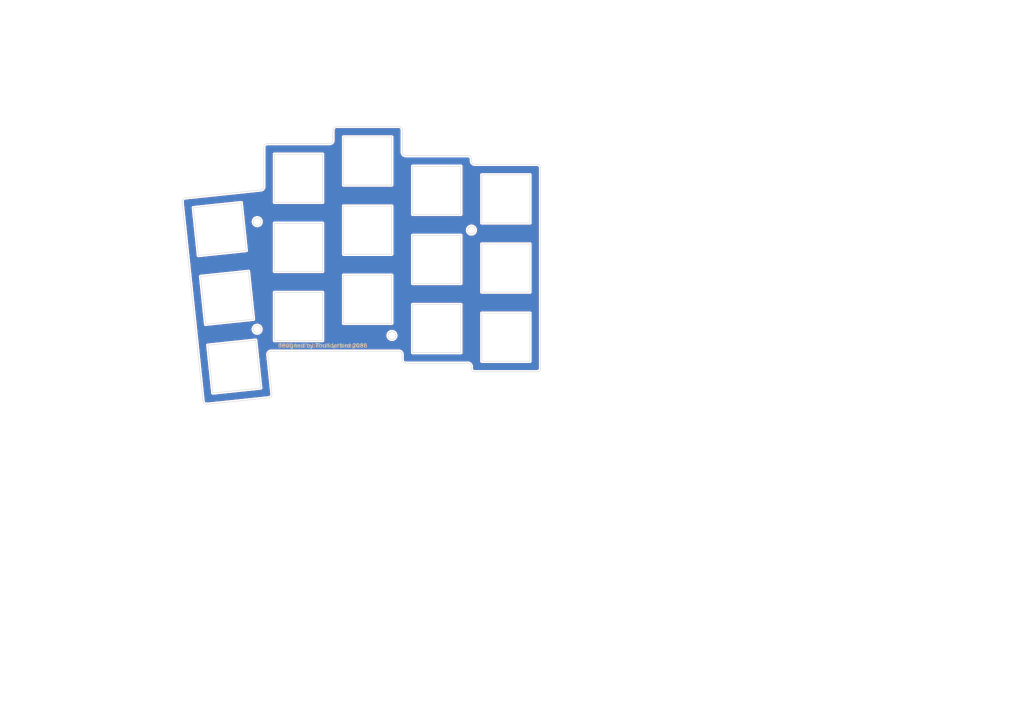
<source format=kicad_pcb>
(kicad_pcb
	(version 20240108)
	(generator "pcbnew")
	(generator_version "8.0")
	(general
		(thickness 1.6)
		(legacy_teardrops no)
	)
	(paper "A4")
	(title_block
		(title "VOID Top Plate Hybrid")
		(date "2024-11-17")
		(rev "0.5.9")
		(company "Allen Choi")
	)
	(layers
		(0 "F.Cu" signal)
		(31 "B.Cu" signal)
		(32 "B.Adhes" user "B.Adhesive")
		(33 "F.Adhes" user "F.Adhesive")
		(34 "B.Paste" user)
		(35 "F.Paste" user)
		(36 "B.SilkS" user "B.Silkscreen")
		(37 "F.SilkS" user "F.Silkscreen")
		(38 "B.Mask" user)
		(39 "F.Mask" user)
		(40 "Dwgs.User" user "User.Drawings")
		(41 "Cmts.User" user "User.Comments")
		(42 "Eco1.User" user "User.Eco1")
		(43 "Eco2.User" user "User.Eco2")
		(44 "Edge.Cuts" user)
		(45 "Margin" user)
		(46 "B.CrtYd" user "B.Courtyard")
		(47 "F.CrtYd" user "F.Courtyard")
		(48 "B.Fab" user)
		(49 "F.Fab" user)
	)
	(setup
		(pad_to_mask_clearance 0.05)
		(allow_soldermask_bridges_in_footprints no)
		(pcbplotparams
			(layerselection 0x00010fc_ffffffff)
			(plot_on_all_layers_selection 0x0000000_00000000)
			(disableapertmacros no)
			(usegerberextensions no)
			(usegerberattributes yes)
			(usegerberadvancedattributes yes)
			(creategerberjobfile yes)
			(dashed_line_dash_ratio 12.000000)
			(dashed_line_gap_ratio 3.000000)
			(svgprecision 4)
			(plotframeref no)
			(viasonmask no)
			(mode 1)
			(useauxorigin no)
			(hpglpennumber 1)
			(hpglpenspeed 20)
			(hpglpendiameter 15.000000)
			(pdf_front_fp_property_popups yes)
			(pdf_back_fp_property_popups yes)
			(dxfpolygonmode yes)
			(dxfimperialunits yes)
			(dxfusepcbnewfont yes)
			(psnegative no)
			(psa4output no)
			(plotreference yes)
			(plotvalue yes)
			(plotfptext yes)
			(plotinvisibletext no)
			(sketchpadsonfab no)
			(subtractmaskfromsilk no)
			(outputformat 1)
			(mirror no)
			(drillshape 1)
			(scaleselection 1)
			(outputdirectory "")
		)
	)
	(net 0 "")
	(gr_circle
		(center 74.609926 64.290043)
		(end 75.759926 64.290043)
		(stroke
			(width 0.15)
			(type default)
		)
		(fill none)
		(layer "Edge.Cuts")
		(uuid "02a74ed8-8f74-40b9-a387-9faea73b6b73")
	)
	(gr_line
		(start 136.7 46.665)
		(end 136.7 46.165)
		(stroke
			(width 0.15)
			(type default)
		)
		(layer "Edge.Cuts")
		(uuid "03678fe4-c86c-4adf-86d8-f9e85ef37980")
	)
	(gr_line
		(start 119.675 68.24)
		(end 119.675 82.24)
		(stroke
			(width 0.15)
			(type default)
		)
		(layer "Edge.Cuts")
		(uuid "03808e12-de3e-47b8-b364-19b27053dd5a")
	)
	(gr_line
		(start 153.725 64.69)
		(end 153.725 50.69)
		(stroke
			(width 0.15)
			(type default)
		)
		(layer "Edge.Cuts")
		(uuid "0409969b-3d42-40c5-b012-b4af58645010")
	)
	(gr_arc
		(start 115.65 101.815)
		(mid 116.357141 102.107877)
		(end 116.65 102.815)
		(stroke
			(width 0.15)
			(type default)
		)
		(layer "Edge.Cuts")
		(uuid "04221ac9-272b-4bf3-b44f-f52c8d5a5888")
	)
	(gr_arc
		(start 76.55 54.111017)
		(mid 76.293146 54.780148)
		(end 75.654529 55.105538)
		(stroke
			(width 0.15)
			(type default)
		)
		(layer "Edge.Cuts")
		(uuid "0590c48d-5048-47dc-ab2d-372f00d15014")
	)
	(gr_line
		(start 78.854893 114.244981)
		(end 77.66454 102.919528)
		(stroke
			(width 0.15)
			(type default)
		)
		(layer "Edge.Cuts")
		(uuid "05b179f1-dac9-4e6e-a243-54f3d7027d68")
	)
	(gr_line
		(start 79.575 78.74)
		(end 93.575 78.74)
		(stroke
			(width 0.15)
			(type default)
		)
		(layer "Edge.Cuts")
		(uuid "0c1f9594-0b7e-47b2-810e-80312cf11f1c")
	)
	(gr_line
		(start 153.725 84.74)
		(end 153.725 70.74)
		(stroke
			(width 0.15)
			(type default)
		)
		(layer "Edge.Cuts")
		(uuid "0d15dc96-e81b-46b3-8eab-5feaad7400db")
	)
	(gr_line
		(start 119.675 88.29)
		(end 119.675 102.29)
		(stroke
			(width 0.15)
			(type default)
		)
		(layer "Edge.Cuts")
		(uuid "0fe4b7dc-746c-4915-9c88-33dc0f41792e")
	)
	(gr_circle
		(center 74.575 95.49)
		(end 75.725 95.49)
		(stroke
			(width 0.15)
			(type default)
		)
		(fill none)
		(layer "Edge.Cuts")
		(uuid "0fe95800-b355-4d0e-8fa8-90c2bbbbe987")
	)
	(gr_line
		(start 99.625 79.79)
		(end 99.625 93.79)
		(stroke
			(width 0.15)
			(type default)
		)
		(layer "Edge.Cuts")
		(uuid "15e11052-9ce3-4859-98cd-7a1d90478ecc")
	)
	(gr_line
		(start 57.519897 74.130343)
		(end 71.443203 72.666945)
		(stroke
			(width 0.15)
			(type default)
		)
		(layer "Edge.Cuts")
		(uuid "1a69ccd0-ece1-4aff-97a5-41a8a1341630")
	)
	(gr_line
		(start 139.725 50.69)
		(end 139.725 64.69)
		(stroke
			(width 0.15)
			(type default)
		)
		(layer "Edge.Cuts")
		(uuid "1e41599f-bad1-4942-857b-b8571847f098")
	)
	(gr_line
		(start 99.625 93.79)
		(end 113.625 93.79)
		(stroke
			(width 0.15)
			(type default)
		)
		(layer "Edge.Cuts")
		(uuid "252f340f-8d67-4542-ab82-23a4e2923d56")
	)
	(gr_line
		(start 58.152294 80.147201)
		(end 59.615692 94.070507)
		(stroke
			(width 0.15)
			(type default)
		)
		(layer "Edge.Cuts")
		(uuid "2d2f971e-0a92-49a9-a8a8-d8100d9df8b0")
	)
	(gr_line
		(start 79.575 58.69)
		(end 93.575 58.69)
		(stroke
			(width 0.15)
			(type default)
		)
		(layer "Edge.Cuts")
		(uuid "2e2c75b6-10f2-401c-b992-762f7cd12949")
	)
	(gr_line
		(start 139.725 70.74)
		(end 139.725 84.74)
		(stroke
			(width 0.15)
			(type default)
		)
		(layer "Edge.Cuts")
		(uuid "36386349-54e5-49aa-9e88-1390477b5472")
	)
	(gr_arc
		(start 156.75 106.815)
		(mid 156.457111 107.522104)
		(end 155.75 107.815)
		(stroke
			(width 0.15)
			(type default)
		)
		(layer "Edge.Cuts")
		(uuid "3765ba10-c8f0-46f6-bc06-9da2b2c7e456")
	)
	(gr_line
		(start 139.725 64.69)
		(end 153.725 64.69)
		(stroke
			(width 0.15)
			(type default)
		)
		(layer "Edge.Cuts")
		(uuid "3853a53e-5f41-4635-b6c5-1c3b65572c53")
	)
	(gr_line
		(start 116.65 102.815)
		(end 116.65 104.315)
		(stroke
			(width 0.15)
			(type default)
		)
		(layer "Edge.Cuts")
		(uuid "39c1831d-aefd-4fc6-9704-9658f73a4975")
	)
	(gr_arc
		(start 137.7 47.665)
		(mid 136.992927 47.372091)
		(end 136.7 46.665)
		(stroke
			(width 0.15)
			(type default)
		)
		(layer "Edge.Cuts")
		(uuid "3caa6450-d5f5-4ae9-8ca3-f88483be96e3")
	)
	(gr_line
		(start 113.625 93.79)
		(end 113.625 79.79)
		(stroke
			(width 0.15)
			(type default)
		)
		(layer "Edge.Cuts")
		(uuid "3db8e0ad-8213-4427-832e-42d851669053")
	)
	(gr_arc
		(start 135.7 45.165)
		(mid 136.407141 45.457877)
		(end 136.7 46.165)
		(stroke
			(width 0.15)
			(type default)
		)
		(layer "Edge.Cuts")
		(uuid "3f2d0fc8-e9d6-4772-a9d1-3d55b9292d50")
	)
	(gr_line
		(start 113.625 73.74)
		(end 113.625 59.74)
		(stroke
			(width 0.15)
			(type default)
		)
		(layer "Edge.Cuts")
		(uuid "412f1180-c12c-48d7-a3fc-a72be69d0318")
	)
	(gr_line
		(start 79.575 44.69)
		(end 79.575 58.69)
		(stroke
			(width 0.15)
			(type default)
		)
		(layer "Edge.Cuts")
		(uuid "430ee92d-0414-4bf8-bc21-aea2a287502d")
	)
	(gr_arc
		(start 155.75 47.665)
		(mid 156.457141 47.957877)
		(end 156.75 48.665)
		(stroke
			(width 0.15)
			(type default)
		)
		(layer "Edge.Cuts")
		(uuid "48253655-4312-4a63-a732-5ecaa80767df")
	)
	(gr_line
		(start 56.056498 60.207037)
		(end 57.519897 74.130343)
		(stroke
			(width 0.15)
			(type default)
		)
		(layer "Edge.Cuts")
		(uuid "48c57a34-a9d2-4a3f-a2a9-73c9477d7e51")
	)
	(gr_line
		(start 115.65 36.665)
		(end 97.6 36.665)
		(stroke
			(width 0.15)
			(type default)
		)
		(layer "Edge.Cuts")
		(uuid "4f5d8a92-bdd3-4581-bf3b-49075863d949")
	)
	(gr_arc
		(start 96.6 37.665)
		(mid 96.892897 36.957891)
		(end 97.6 36.665)
		(stroke
			(width 0.15)
			(type default)
		)
		(layer "Edge.Cuts")
		(uuid "5261a050-65cc-476e-8bef-3362eb96af30")
	)
	(gr_arc
		(start 117.65 105.315)
		(mid 116.942927 105.022091)
		(end 116.65 104.315)
		(stroke
			(width 0.15)
			(type default)
		)
		(layer "Edge.Cuts")
		(uuid "54088c1b-a96e-4d92-b7d4-a36459e18cd9")
	)
	(gr_line
		(start 133.675 102.29)
		(end 133.675 88.29)
		(stroke
			(width 0.15)
			(type default)
		)
		(layer "Edge.Cuts")
		(uuid "55b9780d-bf2d-45e4-9322-27ce653cb35c")
	)
	(gr_arc
		(start 135.7 105.315)
		(mid 136.407141 105.607877)
		(end 136.7 106.315)
		(stroke
			(width 0.15)
			(type default)
		)
		(layer "Edge.Cuts")
		(uuid "5740c356-6cab-4aaa-8476-6909e91d2439")
	)
	(gr_arc
		(start 76.55 42.665)
		(mid 76.842893 41.957892)
		(end 77.55 41.665)
		(stroke
			(width 0.15)
			(type default)
		)
		(layer "Edge.Cuts")
		(uuid "59f6f076-637f-44b4-b56b-e1b4546fbed5")
	)
	(gr_line
		(start 133.675 68.24)
		(end 119.675 68.24)
		(stroke
			(width 0.15)
			(type default)
		)
		(layer "Edge.Cuts")
		(uuid "5e9b8502-f9f5-4836-a0da-ca456a2f64b5")
	)
	(gr_line
		(start 133.675 48.19)
		(end 119.675 48.19)
		(stroke
			(width 0.15)
			(type default)
		)
		(layer "Edge.Cuts")
		(uuid "64a0b090-d4db-4eb8-85cf-694430ac23ab")
	)
	(gr_line
		(start 78.659062 101.815)
		(end 115.65 101.815)
		(stroke
			(width 0.15)
			(type default)
		)
		(layer "Edge.Cuts")
		(uuid "6561dfbb-c7cc-4fd7-b6bb-884d8563e9bd")
	)
	(gr_line
		(start 133.675 82.24)
		(end 133.675 68.24)
		(stroke
			(width 0.15)
			(type default)
		)
		(layer "Edge.Cuts")
		(uuid "6a0fb7f8-92e0-41a1-ab0a-9ba8147df814")
	)
	(gr_line
		(start 59.615692 94.070507)
		(end 73.538999 92.607109)
		(stroke
			(width 0.15)
			(type default)
		)
		(layer "Edge.Cuts")
		(uuid "6a347fee-dc72-46fc-ade4-ef2c2c1f259b")
	)
	(gr_line
		(start 56.923462 97.395135)
		(end 58.914729 116.340777)
		(stroke
			(width 0.15)
			(type default)
		)
		(layer "Edge.Cuts")
		(uuid "6a704324-08ce-4822-a35a-ffb440d61cb1")
	)
	(gr_line
		(start 79.575 84.79)
		(end 79.575 98.79)
		(stroke
			(width 0.15)
			(type default)
		)
		(layer "Edge.Cuts")
		(uuid "6b84539b-4c6a-4cad-9c1a-495513b095e4")
	)
	(gr_arc
		(start 115.65 36.665)
		(mid 116.357141 36.957877)
		(end 116.65 37.665)
		(stroke
			(width 0.15)
			(type default)
		)
		(layer "Edge.Cuts")
		(uuid "6e11be6d-3ef6-42af-9d30-d50581005855")
	)
	(gr_line
		(start 99.625 73.74)
		(end 113.625 73.74)
		(stroke
			(width 0.15)
			(type default)
		)
		(layer "Edge.Cuts")
		(uuid "6f523cca-6d84-402f-bfcf-6a6521af9816")
	)
	(gr_line
		(start 95.6 41.665)
		(end 77.55 41.665)
		(stroke
			(width 0.15)
			(type default)
		)
		(layer "Edge.Cuts")
		(uuid "703c52e4-d74e-4dcc-a2fc-3e2897a67d51")
	)
	(gr_line
		(start 99.625 53.69)
		(end 113.625 53.69)
		(stroke
			(width 0.15)
			(type default)
		)
		(layer "Edge.Cuts")
		(uuid "75c45250-e2fd-4282-9711-49b9946033b3")
	)
	(gr_line
		(start 54.827666 77.454971)
		(end 56.923462 97.395135)
		(stroke
			(width 0.15)
			(type default)
		)
		(layer "Edge.Cuts")
		(uuid "76d5faa5-6183-4322-a3aa-bd127c699d13")
	)
	(gr_line
		(start 117.65 105.315)
		(end 135.7 105.315)
		(stroke
			(width 0.15)
			(type default)
		)
		(layer "Edge.Cuts")
		(uuid "79fa55c8-8705-4248-ad57-159f888287b0")
	)
	(gr_arc
		(start 60.01378 117.23077)
		(mid 59.279931 117.013394)
		(end 58.914729 116.340777)
		(stroke
			(width 0.15)
			(type default)
		)
		(layer "Edge.Cuts")
		(uuid "7ad730a4-ce28-4356-9d65-b34ccab7d839")
	)
	(gr_line
		(start 73.538999 92.607109)
		(end 72.0756 78.683802)
		(stroke
			(width 0.15)
			(type default)
		)
		(layer "Edge.Cuts")
		(uuid "7d11bc7c-08ee-4260-bd2d-764ea2252a9e")
	)
	(gr_line
		(start 99.625 39.69)
		(end 99.625 53.69)
		(stroke
			(width 0.15)
			(type default)
		)
		(layer "Edge.Cuts")
		(uuid "7e7ba1e0-d9b5-4ddb-a0d6-37f64dd90778")
	)
	(gr_line
		(start 119.675 102.29)
		(end 133.675 102.29)
		(stroke
			(width 0.15)
			(type default)
		)
		(layer "Edge.Cuts")
		(uuid "8166a85f-1215-45a7-9928-2deb08c3315b")
	)
	(gr_line
		(start 96.6 37.665)
		(end 96.6 40.665)
		(stroke
			(width 0.15)
			(type default)
		)
		(layer "Edge.Cuts")
		(uuid "89216520-dc71-438a-8338-2c40ff3ff1ad")
	)
	(gr_arc
		(start 77.66454 102.919528)
		(mid 77.915926 102.145889)
		(end 78.659062 101.815)
		(stroke
			(width 0.15)
			(type default)
		)
		(layer "Edge.Cuts")
		(uuid "8ade357d-aa4d-47ed-a86f-8fb695c3adb7")
	)
	(gr_line
		(start 153.725 104.79)
		(end 153.725 90.79)
		(stroke
			(width 0.15)
			(type default)
		)
		(layer "Edge.Cuts")
		(uuid "8bcd7380-f6af-4adb-892b-87e052172cd2")
	)
	(gr_arc
		(start 52.836399 58.509329)
		(mid 53.053775 57.77548)
		(end 53.726393 57.410278)
		(stroke
			(width 0.15)
			(type default)
		)
		(layer "Edge.Cuts")
		(uuid "8be7a12a-6ad5-48ea-a666-e7f4233cd695")
	)
	(gr_line
		(start 93.575 64.74)
		(end 79.575 64.74)
		(stroke
			(width 0.15)
			(type default)
		)
		(layer "Edge.Cuts")
		(uuid "90b91234-f149-45d8-b0f4-01da6a420ff5")
	)
	(gr_line
		(start 79.575 64.74)
		(end 79.575 78.74)
		(stroke
			(width 0.15)
			(type default)
		)
		(layer "Edge.Cuts")
		(uuid "9351f1db-2d6e-4395-a660-f01d268ed0e2")
	)
	(gr_line
		(start 119.675 48.19)
		(end 119.675 62.19)
		(stroke
			(width 0.15)
			(type default)
		)
		(layer "Edge.Cuts")
		(uuid "944d798e-a444-44f5-9d23-e0f8d0312126")
	)
	(gr_line
		(start 135.7 45.165)
		(end 117.65 45.165)
		(stroke
			(width 0.15)
			(type default)
		)
		(layer "Edge.Cuts")
		(uuid "95d9c620-8e97-4dfc-8559-97344984a879")
	)
	(gr_line
		(start 113.625 79.79)
		(end 99.625 79.79)
		(stroke
			(width 0.15)
			(type default)
		)
		(layer "Edge.Cuts")
		(uuid "96ae78ec-1426-4121-94a9-91980d775dfb")
	)
	(gr_line
		(start 113.625 53.69)
		(end 113.625 39.69)
		(stroke
			(width 0.15)
			(type default)
		)
		(layer "Edge.Cuts")
		(uuid "975fe24f-d770-4664-9af4-f4ca6dc8fb68")
	)
	(gr_line
		(start 93.575 98.79)
		(end 93.575 84.79)
		(stroke
			(width 0.15)
			(type default)
		)
		(layer "Edge.Cuts")
		(uuid "985464da-29e8-4458-9906-9bdac99d6826")
	)
	(gr_line
		(start 153.725 70.74)
		(end 139.725 70.74)
		(stroke
			(width 0.15)
			(type default)
		)
		(layer "Edge.Cuts")
		(uuid "996c3188-9e71-4820-bb4c-8535b702298c")
	)
	(gr_line
		(start 75.634795 112.547273)
		(end 74.171396 98.623966)
		(stroke
			(width 0.15)
			(type default)
		)
		(layer "Edge.Cuts")
		(uuid "9ba47291-a8e2-4c84-9954-8fe529726418")
	)
	(gr_line
		(start 76.55 42.665)
		(end 76.55 54.111017)
		(stroke
			(width 0.15)
			(type default)
		)
		(layer "Edge.Cuts")
		(uuid "9de0f574-08a8-436c-8024-544a978f53c8")
	)
	(gr_arc
		(start 137.7 107.815)
		(mid 136.992927 107.522091)
		(end 136.7 106.815)
		(stroke
			(width 0.15)
			(type default)
		)
		(layer "Edge.Cuts")
		(uuid "a11df96e-5a25-49a7-9701-bf7337837d00")
	)
	(gr_line
		(start 79.575 98.79)
		(end 93.575 98.79)
		(stroke
			(width 0.15)
			(type default)
		)
		(layer "Edge.Cuts")
		(uuid "a69728cf-6bdf-48a2-a14a-81101fde9339")
	)
	(gr_line
		(start 139.725 90.79)
		(end 139.725 104.79)
		(stroke
			(width 0.15)
			(type default)
		)
		(layer "Edge.Cuts")
		(uuid "a7a94082-6e99-46f9-b1fa-35520da3636f")
	)
	(gr_arc
		(start 78.854893 114.244981)
		(mid 78.637523 114.978844)
		(end 77.9649 115.344032)
		(stroke
			(width 0.15)
			(type default)
		)
		(layer "Edge.Cuts")
		(uuid "a905b584-d575-47f9-8e32-f47f26fea22a")
	)
	(gr_line
		(start 113.625 59.74)
		(end 99.625 59.74)
		(stroke
			(width 0.15)
			(type default)
		)
		(layer "Edge.Cuts")
		(uuid "ab409e6e-fcca-4ed0-bae4-076c78dee6d3")
	)
	(gr_line
		(start 139.725 84.74)
		(end 153.725 84.74)
		(stroke
			(width 0.15)
			(type default)
		)
		(layer "Edge.Cuts")
		(uuid "ad489e1c-080d-4cf3-9e36-1410884f6b48")
	)
	(gr_line
		(start 133.675 88.29)
		(end 119.675 88.29)
		(stroke
			(width 0.15)
			(type default)
		)
		(layer "Edge.Cuts")
		(uuid "ad91e239-e64d-4fd8-8463-809597cbe31b")
	)
	(gr_line
		(start 71.443203 72.666945)
		(end 69.979805 58.743639)
		(stroke
			(width 0.15)
			(type default)
		)
		(layer "Edge.Cuts")
		(uuid "af98ea71-9677-400d-8078-c018b3274afe")
	)
	(gr_line
		(start 156.75 106.815)
		(end 156.75 48.665)
		(stroke
			(width 0.15)
			(type default)
		)
		(layer "Edge.Cuts")
		(uuid "b058cbde-68dc-4ea6-8e6b-877e716b8622")
	)
	(gr_arc
		(start 117.65 45.165)
		(mid 116.942927 44.872091)
		(end 116.65 44.165)
		(stroke
			(width 0.15)
			(type default)
		)
		(layer "Edge.Cuts")
		(uuid "b31f3b72-82e4-4a08-9fb1-98a45a9ae5bf")
	)
	(gr_line
		(start 139.725 104.79)
		(end 153.725 104.79)
		(stroke
			(width 0.15)
			(type default)
		)
		(layer "Edge.Cuts")
		(uuid "b5e9c1b4-ba58-49f3-8516-53be8faef7c0")
	)
	(gr_line
		(start 61.711488 114.010672)
		(end 75.634795 112.547273)
		(stroke
			(width 0.15)
			(type default)
		)
		(layer "Edge.Cuts")
		(uuid "b62f345b-b052-4f98-84e2-b3001e72a443")
	)
	(gr_line
		(start 93.575 84.79)
		(end 79.575 84.79)
		(stroke
			(width 0.15)
			(type default)
		)
		(layer "Edge.Cuts")
		(uuid "b68cef27-4da1-4df3-9ac4-b2d24f6fd263")
	)
	(gr_line
		(start 99.625 59.74)
		(end 99.625 73.74)
		(stroke
			(width 0.15)
			(type default)
		)
		(layer "Edge.Cuts")
		(uuid "bc430fcf-6931-40b1-9ee9-5dbca03a7b50")
	)
	(gr_line
		(start 155.75 47.665)
		(end 137.7 47.665)
		(stroke
			(width 0.15)
			(type default)
		)
		(layer "Edge.Cuts")
		(uuid "be7241a6-2ac0-4ed3-8e05-85fd6d00050b")
	)
	(gr_line
		(start 113.625 39.69)
		(end 99.625 39.69)
		(stroke
			(width 0.15)
			(type default)
		)
		(layer "Edge.Cuts")
		(uuid "bf37642f-480a-4293-9056-867414302622")
	)
	(gr_line
		(start 133.675 62.19)
		(end 133.675 48.19)
		(stroke
			(width 0.15)
			(type default)
		)
		(layer "Edge.Cuts")
		(uuid "c2e881e9-669a-4e3c-99b5-e59ce36c7f15")
	)
	(gr_line
		(start 74.171396 98.623966)
		(end 60.248089 100.087365)
		(stroke
			(width 0.15)
			(type default)
		)
		(layer "Edge.Cuts")
		(uuid "c460f695-5eba-4984-8977-1fed480f2f73")
	)
	(gr_line
		(start 60.01378 117.23077)
		(end 77.9649 115.344032)
		(stroke
			(width 0.15)
			(type default)
		)
		(layer "Edge.Cuts")
		(uuid "ce613ee1-1efd-48fc-9dd7-5d32cea5af25")
	)
	(gr_line
		(start 72.0756 78.683802)
		(end 58.152294 80.147201)
		(stroke
			(width 0.15)
			(type default)
		)
		(layer "Edge.Cuts")
		(uuid "cf65b3ba-506e-4b2b-8bd0-a25782398637")
	)
	(gr_line
		(start 116.65 44.165)
		(end 116.65 37.665)
		(stroke
			(width 0.15)
			(type default)
		)
		(layer "Edge.Cuts")
		(uuid "cfc7da44-6725-4652-8ee9-24a64ec130f3")
	)
	(gr_line
		(start 52.836399 58.509329)
		(end 54.827666 77.454971)
		(stroke
			(width 0.15)
			(type default)
		)
		(layer "Edge.Cuts")
		(uuid "d2df2e56-a5a5-43f7-bb1d-5ed7d051ad10")
	)
	(gr_line
		(start 119.675 82.24)
		(end 133.675 82.24)
		(stroke
			(width 0.15)
			(type default)
		)
		(layer "Edge.Cuts")
		(uuid "d45008ea-ece1-4571-b931-d8999f56a0c4")
	)
	(gr_line
		(start 93.575 58.69)
		(end 93.575 44.69)
		(stroke
			(width 0.15)
			(type default)
		)
		(layer "Edge.Cuts")
		(uuid "d77b1a3b-f951-4e11-9170-0e4ab97bd5be")
	)
	(gr_line
		(start 93.575 78.74)
		(end 93.575 64.74)
		(stroke
			(width 0.15)
			(type default)
		)
		(layer "Edge.Cuts")
		(uuid "db0e3d3c-f104-4d21-b434-e07ab39db8d7")
	)
	(gr_line
		(start 136.7 106.315)
		(end 136.7 106.815)
		(stroke
			(width 0.15)
			(type default)
		)
		(layer "Edge.Cuts")
		(uuid "dcab9da6-20ec-4210-9186-e6f5b34a558b")
	)
	(gr_circle
		(center 113.675 97.29)
		(end 114.825 97.29)
		(stroke
			(width 0.15)
			(type solid)
		)
		(fill none)
		(layer "Edge.Cuts")
		(uuid "dd33e088-9ed0-45ff-8b26-44ac9dadbe81")
	)
	(gr_circle
		(center 136.725 66.74)
		(end 137.875 66.74)
		(stroke
			(width 0.15)
			(type default)
		)
		(fill none)
		(layer "Edge.Cuts")
		(uuid "e0bbc162-41c4-4073-b132-40a2a1d8bcff")
	)
	(gr_line
		(start 69.979805 58.743639)
		(end 56.056498 60.207037)
		(stroke
			(width 0.15)
			(type default)
		)
		(layer "Edge.Cuts")
		(uuid "e230ba2a-db24-47e5-a669-033d0b7006d8")
	)
	(gr_arc
		(start 96.6 40.665)
		(mid 96.307111 41.372104)
		(end 95.6 41.665)
		(stroke
			(width 0.15)
			(type default)
		)
		(layer "Edge.Cuts")
		(uuid "e5d81b0c-6e56-4796-b8e5-5c33138e448e")
	)
	(gr_line
		(start 153.725 90.79)
		(end 139.725 90.79)
		(stroke
			(width 0.15)
			(type default)
		)
		(layer "Edge.Cuts")
		(uuid "e674ff95-55cb-4b21-84ab-2818345ff92d")
	)
	(gr_line
		(start 119.675 62.19)
		(end 133.675 62.19)
		(stroke
			(width 0.15)
			(type default)
		)
		(layer "Edge.Cuts")
		(uuid "f1754971-762d-48eb-b008-d45b61d27d79")
	)
	(gr_line
		(start 153.725 50.69)
		(end 139.725 50.69)
		(stroke
			(width 0.15)
			(type default)
		)
		(layer "Edge.Cuts")
		(uuid "f1b4d0b8-9bd1-45bb-9c6d-c6da2b4eade2")
	)
	(gr_line
		(start 53.726393 57.410278)
		(end 75.654529 55.105538)
		(stroke
			(width 0.15)
			(type default)
		)
		(layer "Edge.Cuts")
		(uuid "f3f4d9ec-675a-48df-ba41-6ef210a82fec")
	)
	(gr_line
		(start 93.575 44.69)
		(end 79.575 44.69)
		(stroke
			(width 0.15)
			(type default)
		)
		(layer "Edge.Cuts")
		(uuid "f6743165-2b32-4c11-b3d2-6c8b11c3f66e")
	)
	(gr_line
		(start 137.7 107.815)
		(end 155.75 107.815)
		(stroke
			(width 0.15)
			(type default)
		)
		(layer "Edge.Cuts")
		(uuid "f8927e05-b053-4530-9f44-ef1439542516")
	)
	(gr_line
		(start 60.248089 100.087365)
		(end 61.711488 114.010672)
		(stroke
			(width 0.15)
			(type default)
		)
		(layer "Edge.Cuts")
		(uuid "fc13a6d9-180d-4884-997c-d4a5721d6cdb")
	)
	(gr_text "designed by Thunderbird 2086"
		(at 93.575 100.29 0)
		(layer "B.SilkS")
		(uuid "5c6c145b-1160-470a-a837-cc46bf99ea3d")
		(effects
			(font
				(face "Android Robot")
				(size 1.2 1.2)
				(thickness 0.15)
			)
			(justify mirror)
		)
		(render_cache "designed by Thunderbird 2086" 0
			(polygon
				(pts
					(xy 106.939382 99.681287) (xy 106.935865 99.681287) (xy 106.706374 99.681287) (xy 106.706374 99.689494)
					(xy 106.706374 100.689522) (xy 106.733756 100.745579) (xy 106.784043 100.781552) (xy 106.815404 100.788)
					(xy 107.712264 100.788) (xy 107.770295 100.770441) (xy 107.809613 100.722691) (xy 107.821001 100.696263)
					(xy 107.821001 100.486116) (xy 107.80141 100.426943) (xy 107.754231 100.384505) (xy 107.702299 100.358035)
					(xy 107.645212 100.324141) (xy 107.591703 100.292433) (xy 107.518144 100.248972) (xy 107.452633 100.210431)
					(xy 107.395169 100.17681) (xy 107.331069 100.139635) (xy 107.271063 100.105467) (xy 107.218112 100.078133)
					(xy 107.102634 100.279194) (xy 107.577149 100.554114) (xy 106.939382 100.554114) (xy 106.939382 100.55089)
				)
			)
			(polygon
				(pts
					(xy 106.121861 100.11595) (xy 106.177718 100.143812) (xy 106.23501 100.175439) (xy 106.293239 100.208614)
					(xy 106.344141 100.238087) (xy 106.401242 100.271496) (xy 106.46454 100.308841) (xy 106.534036 100.350122)
					(xy 106.58879 100.380054) (xy 106.635232 100.419221) (xy 106.659186 100.477324) (xy 106.659186 100.697728)
					(xy 106.647891 100.723734) (xy 106.60881 100.770722) (xy 106.551036 100.788) (xy 105.559214 100.788)
					(xy 105.552473 100.788) (xy 105.552473 100.560855) (xy 105.552473 100.554114) (xy 105.815962 100.554114)
					(xy 105.630729 100.366242) (xy 105.608114 100.346605) (xy 105.947854 100.346605) (xy 106.155362 100.554114)
					(xy 106.41211 100.554114) (xy 106.350067 100.517029) (xy 106.293958 100.483593) (xy 106.228379 100.444685)
					(xy 106.173351 100.412262) (xy 106.110593 100.375786) (xy 106.056297 100.346605) (xy 105.947854 100.346605)
					(xy 105.608114 100.346605) (xy 105.600947 100.340382) (xy 105.56235 100.294525) (xy 105.543094 100.23523)
					(xy 105.543094 100.205042) (xy 105.554383 100.178444) (xy 105.593378 100.130389) (xy 105.650952 100.112718)
					(xy 106.112278 100.112718)
				)
			)
			(polygon
				(pts
					(xy 105.408272 100.112718) (xy 104.414106 100.112718) (xy 104.414106 100.119459) (xy 104.414106 100.346605)
					(xy 104.420554 100.346605) (xy 104.898 100.346605) (xy 104.898 100.349829) (xy 104.824362 100.371186)
					(xy 104.757539 100.390746) (xy 104.697533 100.408508) (xy 104.628128 100.429393) (xy 104.57084 100.447081)
					(xy 104.507628 100.46762) (xy 104.463932 100.484944) (xy 104.426563 100.531546) (xy 104.414106 100.590457)
					(xy 104.414106 100.66285) (xy 104.425729 100.720938) (xy 104.464553 100.767121) (xy 104.496758 100.784776)
					(xy 104.526653 100.788) (xy 105.520819 100.788) (xy 105.520819 100.781259) (xy 105.520819 100.554114)
					(xy 105.514371 100.554114) (xy 105.036925 100.554114) (xy 105.036925 100.55089) (xy 105.110566 100.529532)
					(xy 105.177396 100.509972) (xy 105.237415 100.492211) (xy 105.306846 100.471326) (xy 105.364168 100.453637)
					(xy 105.427449 100.433098) (xy 105.471287 100.415774) (xy 105.508436 100.368733) (xy 105.520819 100.310261)
					(xy 105.520819 100.237868) (xy 105.509196 100.179781) (xy 105.470373 100.133597) (xy 105.438168 100.115942)
				)
			)
			(polygon
				(pts
					(xy 104.263164 99.681287) (xy 104.149152 99.681287) (xy 104.090754 99.699255) (xy 104.051356 99.748446)
					(xy 104.044811 99.76306) (xy 104.041294 99.789145) (xy 104.041294 100.337812) (xy 104.047742 100.337812)
					(xy 104.136549 100.337812) (xy 104.136549 100.788) (xy 104.143583 100.788) (xy 104.369556 100.788)
					(xy 104.369556 100.781552) (xy 104.369556 99.790024) (xy 104.351846 99.731077) (xy 104.30336 99.691166)
					(xy 104.288956 99.684511)
				)
			)
			(polygon
				(pts
					(xy 103.887714 100.112718) (xy 103.004043 100.112718) (xy 102.946469 100.130389) (xy 102.907474 100.178444)
					(xy 102.896186 100.205042) (xy 102.896186 100.218231) (xy 102.896186 101.10747) (xy 102.916874 101.166512)
					(xy 102.959079 101.208497) (xy 103.008733 101.219431) (xy 103.901782 101.219431) (xy 103.960014 101.20176)
					(xy 103.999418 101.153704) (xy 104.010812 101.127107) (xy 104.010812 100.811155) (xy 104.004071 100.811155)
					(xy 103.777805 100.811155) (xy 103.777805 100.817603) (xy 103.777805 100.985544) (xy 103.129193 100.985544)
					(xy 103.129193 100.405809) (xy 103.129193 100.346605) (xy 103.751426 100.346605) (xy 103.291859 100.626507)
					(xy 103.291859 100.630024) (xy 103.409975 100.824344) (xy 103.413199 100.824344) (xy 103.968021 100.491685)
					(xy 103.99543 100.43807) (xy 104.000847 100.399361) (xy 104.000847 100.237868) (xy 103.989183 100.180193)
					(xy 103.950222 100.133898) (xy 103.917902 100.115942)
				)
			)
			(polygon
				(pts
					(xy 102.761364 100.112718) (xy 101.86128 100.112718) (xy 101.803505 100.130389) (xy 101.764425 100.178444)
					(xy 101.753129 100.205042) (xy 101.753129 100.788) (xy 101.75987 100.788) (xy 101.986137 100.788)
					(xy 101.986137 100.781552) (xy 101.986137 100.346605) (xy 102.634748 100.346605) (xy 102.634748 100.788)
					(xy 102.641782 100.788) (xy 102.867756 100.788) (xy 102.867756 100.781552) (xy 102.867756 100.221455)
					(xy 102.850046 100.162507) (xy 102.80156 100.122597) (xy 102.787156 100.115942)
				)
			)
			(polygon
				(pts
					(xy 101.179168 100.11595) (xy 101.235025 100.143812) (xy 101.292316 100.175439) (xy 101.350545 100.208614)
					(xy 101.401448 100.238087) (xy 101.458548 100.271496) (xy 101.521847 100.308841) (xy 101.591343 100.350122)
					(xy 101.646096 100.380054) (xy 101.692538 100.419221) (xy 101.716493 100.477324) (xy 101.716493 100.697728)
					(xy 101.705197 100.723734) (xy 101.666117 100.770722) (xy 101.608342 100.788) (xy 100.616521 100.788)
					(xy 100.60978 100.788) (xy 100.60978 100.560855) (xy 100.60978 100.554114) (xy 100.873269 100.554114)
					(xy 100.688035 100.366242) (xy 100.66542 100.346605) (xy 101.00516 100.346605) (xy 101.212669 100.554114)
					(xy 101.469417 100.554114) (xy 101.407373 100.517029) (xy 101.351264 100.483593) (xy 101.285685 100.444685)
					(xy 101.230657 100.412262) (xy 101.167899 100.375786) (xy 101.113604 100.346605) (xy 101.00516 100.346605)
					(xy 100.66542 100.346605) (xy 100.658253 100.340382) (xy 100.619656 100.294525) (xy 100.600401 100.23523)
					(xy 100.600401 100.205042) (xy 100.611689 100.178444) (xy 100.650684 100.130389) (xy 100.708258 100.112718)
					(xy 101.169584 100.112718)
				)
			)
			(polygon
				(pts
					(xy 99.696507 99.681287) (xy 99.69299 99.681287) (xy 99.463499 99.681287) (xy 99.463499 99.689494)
					(xy 99.463499 100.689522) (xy 99.49088 100.745579) (xy 99.541168 100.781552) (xy 99.572529 100.788)
					(xy 100.469389 100.788) (xy 100.52742 100.770441) (xy 100.566738 100.722691) (xy 100.578126 100.696263)
					(xy 100.578126 100.486116) (xy 100.558535 100.426943) (xy 100.511356 100.384505) (xy 100.459424 100.358035)
					(xy 100.402337 100.324141) (xy 100.348827 100.292433) (xy 100.275269 100.248972) (xy 100.209758 100.210431)
					(xy 100.152294 100.17681) (xy 100.088194 100.139635) (xy 100.028188 100.105467) (xy 99.975237 100.078133)
					(xy 99.859759 100.279194) (xy 100.334274 100.554114) (xy 99.696507 100.554114) (xy 99.696507 100.55089)
				)
			)
			(polygon
				(pts
					(xy 98.697944 99.681287) (xy 98.697944 99.688028) (xy 98.697944 100.554114) (xy 98.06516 100.554114)
					(xy 98.06516 100.55089) (xy 98.122366 100.518283) (xy 98.176821 100.487067) (xy 98.228525 100.457242)
					(xy 98.293183 100.419639) (xy 98.352951 100.384509) (xy 98.407828 100.351852) (xy 98.469546 100.314509)
					(xy 98.523622 100.28103) (xy 98.53352 100.274797) (xy 98.504544 100.223614) (xy 98.475006 100.172149)
					(xy 98.444502 100.120423) (xy 98.416577 100.077547) (xy 98.413353 100.077547) (xy 97.866444 100.399947)
					(xy 97.831204 100.448358) (xy 97.824239 100.48553) (xy 97.824239 100.679557) (xy 97.841686 100.737532)
					(xy 97.889131 100.776698) (xy 97.91539 100.788) (xy 98.828663 100.788) (xy 98.884858 100.767006)
					(xy 98.921788 100.714847) (xy 98.930952 100.692453) (xy 98.930952 99.681287) (xy 98.927728 99.681287)
				)
			)
			(polygon
				(pts
					(xy 97.833032 100.112718) (xy 97.618195 100.112718) (xy 97.559988 100.132353) (xy 97.518583 100.175329)
					(xy 97.494218 100.2153) (xy 97.289347 100.526856) (xy 97.282899 100.526856) (xy 97.25101 100.476645)
					(xy 97.212515 100.41818) (xy 97.172564 100.358582) (xy 97.135451 100.303783) (xy 97.093759 100.242655)
					(xy 97.059484 100.192655) (xy 97.022634 100.139096) (xy 96.969238 100.114804) (xy 96.95024 100.112718)
					(xy 96.732766 100.112718) (xy 96.732766 100.119459) (xy 96.732766 100.346605) (xy 96.739214 100.346605)
					(xy 96.886639 100.346605) (xy 96.946056 100.436035) (xy 97.002232 100.520486) (xy 97.055168 100.599956)
					(xy 97.104864 100.674446) (xy 97.15132 100.743956) (xy 97.194536 100.808485) (xy 97.234512 100.868034)
					(xy 97.271249 100.922603) (xy 97.304745 100.972191) (xy 97.348913 101.037236) (xy 97.385792 101.091075)
					(xy 97.423624 101.14543) (xy 97.448496 101.179864) (xy 97.501472 101.207616) (xy 97.521182 101.209466)
					(xy 97.741294 101.209466) (xy 97.741294 101.202725) (xy 97.741294 100.975579) (xy 97.734846 100.975579)
					(xy 97.584197 100.975579) (xy 97.426807 100.736416) (xy 97.685607 100.346605) (xy 97.83948 100.346605)
					(xy 97.83948 100.339571) (xy 97.83948 100.112718)
				)
			)
			(polygon
				(pts
					(xy 95.155935 99.681287) (xy 95.155935 99.688322) (xy 95.155935 99.915174) (xy 95.162676 99.915174)
					(xy 96.020261 99.915174) (xy 96.020261 99.918398) (xy 95.955616 99.954917) (xy 95.896647 99.988417)
					(xy 95.843357 100.018898) (xy 95.781135 100.054843) (xy 95.729006 100.085421) (xy 95.678038 100.116095)
					(xy 95.626039 100.150176) (xy 95.623415 100.152285) (xy 95.594265 100.203146) (xy 95.587365 100.264246)
					(xy 95.587365 100.788) (xy 95.593813 100.788) (xy 95.820373 100.788) (xy 95.820373 100.781552)
					(xy 95.820373 100.300883) (xy 95.887517 100.262813) (xy 95.948706 100.227958) (xy 96.003938 100.196318)
					(xy 96.068318 100.159132) (xy 96.122109 100.127661) (xy 96.174459 100.09636) (xy 96.226999 100.062521)
					(xy 96.229528 100.060548) (xy 96.260028 100.00941) (xy 96.262648 99.991378) (xy 96.262648 99.790024)
					(xy 96.245089 99.731993) (xy 96.197338 99.692675) (xy 96.17091 99.681287)
				)
			)
			(polygon
				(pts
					(xy 95.001475 99.681287) (xy 94.885997 99.681287) (xy 94.828271 99.697153) (xy 94.788927 99.744751)
					(xy 94.776967 99.777421) (xy 94.773743 99.807317) (xy 94.773743 100.112718) (xy 94.137442 100.112718)
					(xy 94.075818 100.120646) (xy 94.022952 100.151091) (xy 93.996465 100.193904) (xy 93.993241 100.223213)
					(xy 93.993241 100.788) (xy 93.999982 100.788) (xy 94.226249 100.788) (xy 94.226249 100.781552)
					(xy 94.226249 100.346605) (xy 94.87486 100.346605) (xy 94.87486 100.788) (xy 94.881894 100.788)
					(xy 95.107868 100.788) (xy 95.107868 100.781552) (xy 95.107868 99.790024) (xy 95.090158 99.731077)
					(xy 95.041671 99.691166) (xy 95.027267 99.684511)
				)
			)
			(polygon
				(pts
					(xy 93.93726 100.112718) (xy 93.710701 100.112718) (xy 93.710701 100.115942) (xy 93.710701 100.119166)
					(xy 93.710701 100.530959) (xy 93.700736 100.554114) (xy 93.070003 100.554114) (xy 93.070003 100.132355)
					(xy 93.078209 100.112718) (xy 93.074985 100.112718) (xy 93.071468 100.112718) (xy 92.836995 100.112718)
					(xy 92.836995 100.115942) (xy 92.836995 100.119166) (xy 92.836995 100.686591) (xy 92.856122 100.743177)
					(xy 92.903641 100.779299) (xy 92.924043 100.788) (xy 93.834092 100.788) (xy 93.891066 100.772763)
					(xy 93.931014 100.727052) (xy 93.943708 100.695677) (xy 93.943708 100.617841) (xy 93.943708 100.544802)
					(xy 93.943708 100.47656) (xy 93.943708 100.413114) (xy 93.943708 100.354464) (xy 93.943708 100.283726)
					(xy 93.943708 100.221515) (xy 93.943708 100.155743) (xy 93.943708 100.112718) (xy 93.940484 100.112718)
				)
			)
			(polygon
				(pts
					(xy 92.703639 100.112718) (xy 91.803555 100.112718) (xy 91.74578 100.130389) (xy 91.7067 100.178444)
					(xy 91.695404 100.205042) (xy 91.695404 100.788) (xy 91.702145 100.788) (xy 91.928412 100.788)
					(xy 91.928412 100.781552) (xy 91.928412 100.346605) (xy 92.577023 100.346605) (xy 92.577023 100.788)
					(xy 92.584057 100.788) (xy 92.810031 100.788) (xy 92.810031 100.781552) (xy 92.810031 100.221455)
					(xy 92.792321 100.162507) (xy 92.743835 100.122597) (xy 92.729431 100.115942)
				)
			)
			(polygon
				(pts
					(xy 90.779493 99.681287) (xy 90.775976 99.681287) (xy 90.546486 99.681287) (xy 90.546486 99.689494)
					(xy 90.546486 100.689522) (xy 90.573867 100.745579) (xy 90.624155 100.781552) (xy 90.655516 100.788)
					(xy 91.552376 100.788) (xy 91.610406 100.770441) (xy 91.649725 100.722691) (xy 91.661112 100.696263)
					(xy 91.661112 100.486116) (xy 91.641522 100.426943) (xy 91.594343 100.384505) (xy 91.54241 100.358035)
					(xy 91.485324 100.324141) (xy 91.431814 100.292433) (xy 91.358256 100.248972) (xy 91.292745 100.210431)
					(xy 91.235281 100.17681) (xy 91.171181 100.139635) (xy 91.111174 100.105467) (xy 91.058223 100.078133)
					(xy 90.942745 100.279194) (xy 91.41726 100.554114) (xy 90.779493 100.554114) (xy 90.779493 100.55089)
				)
			)
			(polygon
				(pts
					(xy 89.98542 100.11595) (xy 90.041277 100.143812) (xy 90.098569 100.175439) (xy 90.156798 100.208614)
					(xy 90.2077 100.238087) (xy 90.264801 100.271496) (xy 90.328099 100.308841) (xy 90.397595 100.350122)
					(xy 90.452348 100.380054) (xy 90.498791 100.419221) (xy 90.522745 100.477324) (xy 90.522745 100.697728)
					(xy 90.51145 100.723734) (xy 90.472369 100.770722) (xy 90.414595 100.788) (xy 89.422773 100.788)
					(xy 89.416032 100.788) (xy 89.416032 100.560855) (xy 89.416032 100.554114) (xy 89.679521 100.554114)
					(xy 89.494288 100.366242) (xy 89.471673 100.346605) (xy 89.811413 100.346605) (xy 90.018921 100.554114)
					(xy 90.275669 100.554114) (xy 90.213626 100.517029) (xy 90.157517 100.483593) (xy 90.091938 100.444685)
					(xy 90.03691 100.412262) (xy 89.974152 100.375786) (xy 89.919856 100.346605) (xy 89.811413 100.346605)
					(xy 89.471673 100.346605) (xy 89.464506 100.340382) (xy 89.425909 100.294525) (xy 89.406653 100.23523)
					(xy 89.406653 100.205042) (xy 89.417942 100.178444) (xy 89.456937 100.130389) (xy 89.514511 100.112718)
					(xy 89.975837 100.112718)
				)
			)
			(polygon
				(pts
					(xy 89.277986 100.112718) (xy 88.277665 100.112718) (xy 88.277665 100.119459) (xy 88.277665 100.346605)
					(xy 88.284113 100.346605) (xy 89.151371 100.346605) (xy 89.151371 100.788) (xy 89.158405 100.788)
					(xy 89.384378 100.788) (xy 89.384378 100.781552) (xy 89.384378 100.221455) (xy 89.366668 100.162507)
					(xy 89.318182 100.122597) (xy 89.303778 100.115942)
				)
			)
			(polygon
				(pts
					(xy 87.98135 99.681287) (xy 87.98135 99.688028) (xy 87.98135 100.554114) (xy 87.348565 100.554114)
					(xy 87.348565 100.55089) (xy 87.405771 100.518283) (xy 87.460226 100.487067) (xy 87.51193 100.457242)
					(xy 87.576589 100.419639) (xy 87.636357 100.384509) (xy 87.691233 100.351852) (xy 87.752951 100.314509)
					(xy 87.807027 100.28103) (xy 87.816925 100.274797) (xy 87.78795 100.223614) (xy 87.758412 100.172149)
					(xy 87.727907 100.120423) (xy 87.699982 100.077547) (xy 87.696758 100.077547) (xy 87.149849 100.399947)
					(xy 87.11461 100.448358) (xy 87.107644 100.48553) (xy 87.107644 100.679557) (xy 87.125091 100.737532)
					(xy 87.172536 100.776698) (xy 87.198796 100.788) (xy 88.112068 100.788) (xy 88.168264 100.767006)
					(xy 88.205194 100.714847) (xy 88.214357 100.692453) (xy 88.214357 99.681287) (xy 88.211133 99.681287)
				)
			)
			(polygon
				(pts
					(xy 86.97546 99.681287) (xy 86.861447 99.681287) (xy 86.80305 99.699255) (xy 86.763652 99.748446)
					(xy 86.757107 99.76306) (xy 86.75359 99.789145) (xy 86.75359 100.337812) (xy 86.760038 100.337812)
					(xy 86.848844 100.337812) (xy 86.848844 100.788) (xy 86.855879 100.788) (xy 87.081852 100.788)
					(xy 87.081852 100.781552) (xy 87.081852 99.790024) (xy 87.064142 99.731077) (xy 87.015656 99.691166)
					(xy 87.001252 99.684511)
				)
			)
			(polygon
				(pts
					(xy 86.616716 100.112718) (xy 85.616395 100.112718) (xy 85.616395 100.119459) (xy 85.616395 100.346605)
					(xy 85.622843 100.346605) (xy 86.490101 100.346605) (xy 86.490101 100.788) (xy 86.497135 100.788)
					(xy 86.723108 100.788) (xy 86.723108 100.781552) (xy 86.723108 100.221455) (xy 86.705398 100.162507)
					(xy 86.656912 100.122597) (xy 86.642508 100.115942)
				)
			)
			(polygon
				(pts
					(xy 84.750017 99.681287) (xy 84.7465 99.681287) (xy 84.517009 99.681287) (xy 84.517009 99.689494)
					(xy 84.517009 100.689522) (xy 84.544391 100.745579) (xy 84.594678 100.781552) (xy 84.626039 100.788)
					(xy 85.522899 100.788) (xy 85.58093 100.770441) (xy 85.620248 100.722691) (xy 85.631636 100.696263)
					(xy 85.631636 100.486116) (xy 85.612045 100.426943) (xy 85.564866 100.384505) (xy 85.512934 100.358035)
					(xy 85.455847 100.324141) (xy 85.402338 100.292433) (xy 85.328779 100.248972) (xy 85.263268 100.210431)
					(xy 85.205804 100.17681) (xy 85.141704 100.139635) (xy 85.081698 100.105467) (xy 85.028747 100.078133)
					(xy 84.913269 100.279194) (xy 85.387784 100.554114) (xy 84.750017 100.554114) (xy 84.750017 100.55089)
				)
			)
			(polygon
				(pts
					(xy 84.03546 99.681287) (xy 83.046863 99.681287) (xy 82.987288 99.698266) (xy 82.949554 99.744077)
					(xy 82.935195 99.784162) (xy 82.935195 99.965879) (xy 82.94723 100.025381) (xy 82.98743 100.07133)
					(xy 83.020777 100.088098) (xy 83.798056 100.31964) (xy 83.798056 100.554114) (xy 82.935195 100.554114)
					(xy 82.935195 100.560855) (xy 82.935195 100.788) (xy 82.941643 100.788) (xy 83.920568 100.788)
					(xy 83.979667 100.770925) (xy 84.016961 100.724853) (xy 84.031064 100.684539) (xy 84.031064 100.24373)
					(xy 84.019046 100.183066) (xy 83.978524 100.136162) (xy 83.929361 100.114183) (xy 83.261112 99.915174)
					(xy 84.041908 99.915174) (xy 84.041908 99.90814) (xy 84.041908 99.681287)
				)
			)
			(polygon
				(pts
					(xy 82.778276 99.690446) (xy 82.825796 99.727298) (xy 82.844923 99.783283) (xy 82.844923 100.672816)
					(xy 82.830341 100.723209) (xy 82.791708 100.771803) (xy 82.732962 100.788) (xy 81.825258 100.788)
					(xy 81.804856 100.778841) (xy 81.757336 100.74199) (xy 81.738209 100.686005) (xy 81.738209 100.491392)
					(xy 81.971217 100.491392) (xy 81.971217 100.554114) (xy 82.611915 100.554114) (xy 82.611915 99.977603)
					(xy 82.611915 99.915174) (xy 81.971217 99.915174) (xy 81.971217 100.491392) (xy 81.738209 100.491392)
					(xy 81.738209 99.796472) (xy 81.752919 99.746079) (xy 81.791676 99.697485) (xy 81.850463 99.681287)
					(xy 82.757874 99.681287)
				)
			)
			(polygon
				(pts
					(xy 81.559717 99.684511) (xy 81.580393 99.693533) (xy 81.628553 99.731077) (xy 81.647937 99.790024)
					(xy 81.647937 99.990792) (xy 81.644417 100.012722) (xy 81.611887 100.063185) (xy 81.594395 100.07479)
					(xy 81.543932 100.105057) (xy 81.487934 100.137205) (xy 81.429383 100.170182) (xy 81.374762 100.200613)
					(xy 81.313227 100.234644) (xy 81.313227 100.237868) (xy 81.544476 100.376207) (xy 81.585422 100.400877)
					(xy 81.619171 100.45) (xy 81.629179 100.511322) (xy 81.629179 100.682488) (xy 81.615076 100.723601)
					(xy 81.577783 100.770587) (xy 81.518684 100.788) (xy 80.652013 100.788) (xy 80.622704 100.784776)
					(xy 80.590955 100.767121) (xy 80.552682 100.720938) (xy 80.541224 100.66285) (xy 80.541224 100.554114)
					(xy 80.785662 100.554114) (xy 81.384741 100.554114) (xy 81.088426 100.372983) (xy 81.081978 100.372983)
					(xy 80.785662 100.554114) (xy 80.541224 100.554114) (xy 80.541224 100.501357) (xy 80.542318 100.48171)
					(xy 80.564085 100.42574) (xy 80.588928 100.401517) (xy 80.63941 100.367194) (xy 80.69216 100.334383)
					(xy 80.744377 100.303158) (xy 80.805495 100.267508) (xy 80.857177 100.237868) (xy 80.857177 100.234644)
					(xy 80.813523 100.209592) (xy 80.759068 100.177696) (xy 80.705648 100.14232) (xy 80.667111 100.122839)
					(xy 80.612036 100.089143) (xy 80.564346 100.046562) (xy 80.541224 99.991085) (xy 80.541224 99.915174)
					(xy 80.775697 99.915174) (xy 81.085202 100.099529) (xy 81.394706 99.915174) (xy 80.775697 99.915174)
					(xy 80.541224 99.915174) (xy 80.541224 99.773611) (xy 80.552322 99.747014) (xy 80.590755 99.698959)
					(xy 80.647616 99.681287) (xy 81.53158 99.681287)
				)
			)
			(polygon
				(pts
					(xy 80.338698 99.681287) (xy 79.445355 99.681287) (xy 79.387124 99.698959) (xy 79.34772 99.747014)
					(xy 79.336325 99.773611) (xy 79.336325 100.083995) (xy 79.343066 100.083995) (xy 79.569333 100.083995)
					(xy 79.569333 100.077547) (xy 79.569333 99.915174) (xy 80.217944 99.915174) (xy 80.217944 100.494909)
					(xy 80.217944 100.554114) (xy 79.595711 100.554114) (xy 79.927491 100.346605) (xy 80.01278 100.346605)
					(xy 80.01278 100.340157) (xy 80.01278 100.112718) (xy 80.006039 100.112718) (xy 79.914302 100.112718)
					(xy 79.852963 100.124182) (xy 79.796754 100.151791) (xy 79.753394 100.182181) (xy 79.691509 100.217984)
					(xy 79.635105 100.250877) (xy 79.584182 100.280859) (xy 79.524813 100.316307) (xy 79.464305 100.35334)
					(xy 79.411796 100.387106) (xy 79.375893 100.414016) (xy 79.349788 100.467) (xy 79.34629 100.499892)
					(xy 79.34629 100.662264) (xy 79.357996 100.720571) (xy 79.397095 100.766993) (xy 79.429528 100.784776)
					(xy 79.459424 100.788) (xy 80.343094 100.788) (xy 80.400668 100.770329) (xy 80.439663 100.722274)
					(xy 80.450952 100.695677) (xy 80.450952 100.682488) (xy 80.450952 99.793248) (xy 80.430418 99.734206)
					(xy 80.388323 99.692221)
				)
			)
		)
	)
	(gr_text "designed by Thunderbird 2086"
		(at 93.575 100.29 0)
		(layer "F.SilkS")
		(uuid "1923bf58-4350-4653-8d07-e628cee63991")
		(effects
			(font
				(face "Android Robot")
				(size 1.2 1.2)
				(thickness 0.15)
			)
		)
		(render_cache "designed by Thunderbird 2086" 0
			(polygon
				(pts
					(xy 80.210617 99.681287) (xy 80.214134 99.681287) (xy 80.443625 99.681287) (xy 80.443625 99.689494)
					(xy 80.443625 100.689522) (xy 80.416243 100.745579) (xy 80.365956 100.781552) (xy 80.334595 100.788)
					(xy 79.437735 100.788) (xy 79.379704 100.770441) (xy 79.340386 100.722691) (xy 79.328998 100.696263)
					(xy 79.328998 100.486116) (xy 79.348589 100.426943) (xy 79.395768 100.384505) (xy 79.4477 100.358035)
					(xy 79.504787 100.324141) (xy 79.558296 100.292433) (xy 79.631855 100.248972) (xy 79.697366 100.210431)
					(xy 79.75483 100.17681) (xy 79.81893 100.139635) (xy 79.878936 100.105467) (xy 79.931887 100.078133)
					(xy 80.047365 100.279194) (xy 79.57285 100.554114) (xy 80.210617 100.554114) (xy 80.210617 100.55089)
				)
			)
			(polygon
				(pts
					(xy 81.556621 100.130389) (xy 81.595616 100.178444) (xy 81.606905 100.205042) (xy 81.606905 100.23523)
					(xy 81.587649 100.294525) (xy 81.549052 100.340382) (xy 81.51927 100.366242) (xy 81.334037 100.554114)
					(xy 81.597526 100.554114) (xy 81.597526 100.560855) (xy 81.597526 100.788) (xy 81.590785 100.788)
					(xy 80.598963 100.788) (xy 80.541189 100.770722) (xy 80.502108 100.723734) (xy 80.490813 100.697728)
					(xy 80.490813 100.554114) (xy 80.737889 100.554114) (xy 80.994637 100.554114) (xy 81.202145 100.346605)
					(xy 81.093702 100.346605) (xy 81.039406 100.375786) (xy 80.976648 100.412262) (xy 80.92162 100.444685)
					(xy 80.856041 100.483593) (xy 80.799932 100.517029) (xy 80.737889 100.554114) (xy 80.490813 100.554114)
					(xy 80.490813 100.477324) (xy 80.514767 100.419221) (xy 80.561209 100.380054) (xy 80.615963 100.350122)
					(xy 80.685459 100.308841) (xy 80.748757 100.271496) (xy 80.805858 100.238087) (xy 80.85676 100.208614)
					(xy 80.914989 100.175439) (xy 80.972281 100.143812) (xy 81.028138 100.11595) (xy 81.037721 100.112718)
					(xy 81.499047 100.112718)
				)
			)
			(polygon
				(pts
					(xy 81.741727 100.112718) (xy 82.735893 100.112718) (xy 82.735893 100.119459) (xy 82.735893 100.346605)
					(xy 82.729445 100.346605) (xy 82.251999 100.346605) (xy 82.251999 100.349829) (xy 82.325637 100.371186)
					(xy 82.39246 100.390746) (xy 82.452466 100.408508) (xy 82.521871 100.429393) (xy 82.579159 100.447081)
					(xy 82.642371 100.46762) (xy 82.686067 100.484944) (xy 82.723436 100.531546) (xy 82.735893 100.590457)
					(xy 82.735893 100.66285) (xy 82.72427 100.720938) (xy 82.685446 100.767121) (xy 82.653241 100.784776)
					(xy 82.623346 100.788) (xy 81.62918 100.788) (xy 81.62918 100.781259) (xy 81.62918 100.554114)
					(xy 81.635628 100.554114) (xy 82.113074 100.554114) (xy 82.113074 100.55089) (xy 82.039433 100.529532)
					(xy 81.972603 100.509972) (xy 81.912584 100.492211) (xy 81.843153 100.471326) (xy 81.785831 100.453637)
					(xy 81.72255 100.433098) (xy 81.678712 100.415774) (xy 81.641563 100.368733) (xy 81.62918 100.310261)
					(xy 81.62918 100.237868) (xy 81.640803 100.179781) (xy 81.679626 100.133597) (xy 81.711831 100.115942)
				)
			)
			(polygon
				(pts
					(xy 82.886835 99.681287) (xy 83.000847 99.681287) (xy 83.059245 99.699255) (xy 83.098643 99.748446)
					(xy 83.105188 99.76306) (xy 83.108705 99.789145) (xy 83.108705 100.337812) (xy 83.102257 100.337812)
					(xy 83.01345 100.337812) (xy 83.01345 100.788) (xy 83.006416 100.788) (xy 82.780443 100.788) (xy 82.780443 100.781552)
					(xy 82.780443 99.790024) (xy 82.798153 99.731077) (xy 82.846639 99.691166) (xy 82.861043 99.684511)
				)
			)
			(polygon
				(pts
					(xy 83.262285 100.112718) (xy 84.145956 100.112718) (xy 84.20353 100.130389) (xy 84.242525 100.178444)
					(xy 84.253813 100.205042) (xy 84.253813 100.218231) (xy 84.253813 101.10747) (xy 84.233125 101.166512)
					(xy 84.19092 101.208497) (xy 84.141266 101.219431) (xy 83.248217 101.219431) (xy 83.189985 101.20176)
					(xy 83.150581 101.153704) (xy 83.139187 101.127107) (xy 83.139187 100.811155) (xy 83.145928 100.811155)
					(xy 83.372194 100.811155) (xy 83.372194 100.817603) (xy 83.372194 100.985544) (xy 84.020806 100.985544)
					(xy 84.020806 100.405809) (xy 84.020806 100.346605) (xy 83.398573 100.346605) (xy 83.85814 100.626507)
					(xy 83.85814 100.630024) (xy 83.740024 100.824344) (xy 83.7368 100.824344) (xy 83.181978 100.491685)
					(xy 83.154569 100.43807) (xy 83.149152 100.399361) (xy 83.149152 100.237868) (xy 83.160816 100.180193)
					(xy 83.199777 100.133898) (xy 83.232097 100.115942)
				)
			)
			(polygon
				(pts
					(xy 84.388635 100.112718) (xy 85.288719 100.112718) (xy 85.346494 100.130389) (xy 85.385574 100.178444)
					(xy 85.39687 100.205042) (xy 85.39687 100.788) (xy 85.390129 100.788) (xy 85.163862 100.788) (xy 85.163862 100.781552)
					(xy 85.163862 100.346605) (xy 84.515251 100.346605) (xy 84.515251 100.788) (xy 84.508217 100.788)
					(xy 84.282243 100.788) (xy 84.282243 100.781552) (xy 84.282243 100.221455) (xy 84.299953 100.162507)
					(xy 84.348439 100.122597) (xy 84.362843 100.115942)
				)
			)
			(polygon
				(pts
					(xy 86.499315 100.130389) (xy 86.53831 100.178444) (xy 86.549598 100.205042) (xy 86.549598 100.23523)
					(xy 86.530343 100.294525) (xy 86.491746 100.340382) (xy 86.461964 100.366242) (xy 86.27673 100.554114)
					(xy 86.540219 100.554114) (xy 86.540219 100.560855) (xy 86.540219 100.788) (xy 86.533478 100.788)
					(xy 85.541657 100.788) (xy 85.483882 100.770722) (xy 85.444802 100.723734) (xy 85.433506 100.697728)
					(xy 85.433506 100.554114) (xy 85.680582 100.554114) (xy 85.93733 100.554114) (xy 86.144839 100.346605)
					(xy 86.036395 100.346605) (xy 85.9821 100.375786) (xy 85.919342 100.412262) (xy 85.864314 100.444685)
					(xy 85.798735 100.483593) (xy 85.742626 100.517029) (xy 85.680582 100.554114) (xy 85.433506 100.554114)
					(xy 85.433506 100.477324) (xy 85.457461 100.419221) (xy 85.503903 100.380054) (xy 85.558656 100.350122)
					(xy 85.628152 100.308841) (xy 85.691451 100.271496) (xy 85.748551 100.238087) (xy 85.799454 100.208614)
					(xy 85.857683 100.175439) (xy 85.914974 100.143812) (xy 85.970831 100.11595) (xy 85.980415 100.112718)
					(xy 86.441741 100.112718)
				)
			)
			(polygon
				(pts
					(xy 87.453492 99.681287) (xy 87.457009 99.681287) (xy 87.6865 99.681287) (xy 87.6865 99.689494)
					(xy 87.6865 100.689522) (xy 87.659119 100.745579) (xy 87.608831 100.781552) (xy 87.57747 100.788)
					(xy 86.68061 100.788) (xy 86.622579 100.770441) (xy 86.583261 100.722691) (xy 86.571873 100.696263)
					(xy 86.571873 100.486116) (xy 86.591464 100.426943) (xy 86.638643 100.384505) (xy 86.690575 100.358035)
					(xy 86.747662 100.324141) (xy 86.801172 100.292433) (xy 86.87473 100.248972) (xy 86.940241 100.210431)
					(xy 86.997705 100.17681) (xy 87.061805 100.139635) (xy 87.121811 100.105467) (xy 87.174762 100.078133)
					(xy 87.29024 100.279194) (xy 86.815725 100.554114) (xy 87.453492 100.554114) (xy 87.453492 100.55089)
				)
			)
			(polygon
				(pts
					(xy 88.452055 99.681287) (xy 88.452055 99.688028) (xy 88.452055 100.554114) (xy 89.084839 100.554114)
					(xy 89.084839 100.55089) (xy 89.027633 100.518283) (xy 88.973178 100.487067) (xy 88.921474 100.457242)
					(xy 88.856816 100.419639) (xy 88.797048 100.384509) (xy 88.742171 100.351852) (xy 88.680453 100.314509)
					(xy 88.626377 100.28103) (xy 88.616479 100.274797) (xy 88.645455 100.223614) (xy 88.674993 100.172149)
					(xy 88.705497 100.120423) (xy 88.733422 100.077547) (xy 88.736646 100.077547) (xy 89.283555 100.399947)
					(xy 89.318795 100.448358) (xy 89.32576 100.48553) (xy 89.32576 100.679557) (xy 89.308313 100.737532)
					(xy 89.260868 100.776698) (xy 89.234609 100.788) (xy 88.321336 100.788) (xy 88.265141 100.767006)
					(xy 88.228211 100.714847) (xy 88.219047 100.692453) (xy 88.219047 99.681287) (xy 88.222271 99.681287)
				)
			)
			(polygon
				(pts
					(xy 89.316967 100.112718) (xy 89.531804 100.112718) (xy 89.590011 100.132353) (xy 89.631416 100.175329)
					(xy 89.655781 100.2153) (xy 89.860652 100.526856) (xy 89.8671 100.526856) (xy 89.898989 100.476645)
					(xy 89.937484 100.41818) (xy 89.977435 100.358582) (xy 90.014548 100.303783) (xy 90.05624 100.242655)
					(xy 90.090515 100.192655) (xy 90.127365 100.139096) (xy 90.180761 100.114804) (xy 90.199759 100.112718)
					(xy 90.417233 100.112718) (xy 90.417233 100.119459) (xy 90.417233 100.346605) (xy 90.410785 100.346605)
					(xy 90.26336 100.346605) (xy 90.203943 100.436035) (xy 90.147767 100.520486) (xy 90.094831 100.599956)
					(xy 90.045135 100.674446) (xy 89.998679 100.743956) (xy 89.955463 100.808485) (xy 89.915487 100.868034)
					(xy 89.87875 100.922603) (xy 89.845254 100.972191) (xy 89.801086 101.037236) (xy 89.764207 101.091075)
					(xy 89.726375 101.14543) (xy 89.701503 101.179864) (xy 89.648527 101.207616) (xy 89.628817 101.209466)
					(xy 89.408705 101.209466) (xy 89.408705 101.202725) (xy 89.408705 100.975579) (xy 89.415153 100.975579)
					(xy 89.565802 100.975579) (xy 89.723192 100.736416) (xy 89.464392 100.346605) (xy 89.310519 100.346605)
					(xy 89.310519 100.339571) (xy 89.310519 100.112718)
				)
			)
			(polygon
				(pts
					(xy 91.994064 99.681287) (xy 91.994064 99.688322) (xy 91.994064 99.915174) (xy 91.987323 99.915174)
					(xy 91.129738 99.915174) (xy 91.129738 99.918398) (xy 91.194383 99.954917) (xy 91.253352 99.988417)
					(xy 91.306642 100.018898) (xy 91.368864 100.054843) (xy 91.420993 100.085421) (xy 91.471961 100.116095)
					(xy 91.52396 100.150176) (xy 91.526584 100.152285) (xy 91.555734 100.203146) (xy 91.562634 100.264246)
					(xy 91.562634 100.788) (xy 91.556186 100.788) (xy 91.329626 100.788) (xy 91.329626 100.781552)
					(xy 91.329626 100.300883) (xy 91.262482 100.262813) (xy 91.201293 100.227958) (xy 91.146061 100.196318)
					(xy 91.081681 100.159132) (xy 91.02789 100.127661) (xy 90.97554 100.09636) (xy 90.923 100.062521)
					(xy 90.920471 100.060548) (xy 90.889971 100.00941) (xy 90.887351 99.991378) (xy 90.887351 99.790024)
					(xy 90.90491 99.731993) (xy 90.952661 99.692675) (xy 90.979089 99.681287)
				)
			)
			(polygon
				(pts
					(xy 92.148524 99.681287) (xy 92.264002 99.681287) (xy 92.321728 99.697153) (xy 92.361072 99.744751)
					(xy 92.373032 99.777421) (xy 92.376256 99.807317) (xy 92.376256 100.112718) (xy 93.012557 100.112718)
					(xy 93.074181 100.120646) (xy 93.127047 100.151091) (xy 93.153534 100.193904) (xy 93.156758 100.223213)
					(xy 93.156758 100.788) (xy 93.150017 100.788) (xy 92.92375 100.788) (xy 92.92375 100.781552) (xy 92.92375 100.346605)
					(xy 92.275139 100.346605) (xy 92.275139 100.788) (xy 92.268105 100.788) (xy 92.042131 100.788)
					(xy 92.042131 100.781552) (xy 92.042131 99.790024) (xy 92.059841 99.731077) (xy 92.108328 99.691166)
					(xy 92.122732 99.684511)
				)
			)
			(polygon
				(pts
					(xy 93.212739 100.112718) (xy 93.439298 100.112718) (xy 93.439298 100.115942) (xy 93.439298 100.119166)
					(xy 93.439298 100.530959) (xy 93.449263 100.554114) (xy 94.079996 100.554114) (xy 94.079996 100.132355)
					(xy 94.07179 100.112718) (xy 94.075014 100.112718) (xy 94.078531 100.112718) (xy 94.313004 100.112718)
					(xy 94.313004 100.115942) (xy 94.313004 100.119166) (xy 94.313004 100.686591) (xy 94.293877 100.743177)
					(xy 94.246358 100.779299) (xy 94.225956 100.788) (xy 93.315907 100.788) (xy 93.258933 100.772763)
					(xy 93.218985 100.727052) (xy 93.206291 100.695677) (xy 93.206291 100.617841) (xy 93.206291 100.544802)
					(xy 93.206291 100.47656) (xy 93.206291 100.413114) (xy 93.206291 100.354464) (xy 93.206291 100.283726)
					(xy 93.206291 100.221515) (xy 93.206291 100.155743) (xy 93.206291 100.112718) (xy 93.209515 100.112718)
				)
			)
			(polygon
				(pts
					(xy 94.44636 100.112718) (xy 95.346444 100.112718) (xy 95.404219 100.130389) (xy 95.443299 100.178444)
					(xy 95.454595 100.205042) (xy 95.454595 100.788) (xy 95.447854 100.788) (xy 95.221587 100.788)
					(xy 95.221587 100.781552) (xy 95.221587 100.346605) (xy 94.572976 100.346605) (xy 94.572976 100.788)
					(xy 94.565942 100.788) (xy 94.339968 100.788) (xy 94.339968 100.781552) (xy 94.339968 100.221455)
					(xy 94.357678 100.162507) (xy 94.406164 100.122597) (xy 94.420568 100.115942)
				)
			)
			(polygon
				(pts
					(xy 96.370506 99.681287) (xy 96.374023 99.681287) (xy 96.603513 99.681287) (xy 96.603513 99.689494)
					(xy 96.603513 100.689522) (xy 96.576132 100.745579) (xy 96.525844 100.781552) (xy 96.494483 100.788)
					(xy 95.597623 100.788) (xy 95.539593 100.770441) (xy 95.500274 100.722691) (xy 95.488887 100.696263)
					(xy 95.488887 100.486116) (xy 95.508477 100.426943) (xy 95.555656 100.384505) (xy 95.607589 100.358035)
					(xy 95.664675 100.324141) (xy 95.718185 100.292433) (xy 95.791743 100.248972) (xy 95.857254 100.210431)
					(xy 95.914718 100.17681) (xy 95.978818 100.139635) (xy 96.038825 100.105467) (xy 96.091776 100.078133)
					(xy 96.207254 100.279194) (xy 95.732739 100.554114) (xy 96.370506 100.554114) (xy 96.370506 100.55089)
				)
			)
			(polygon
				(pts
					(xy 97.693062 100.130389) (xy 97.732057 100.178444) (xy 97.743346 100.205042) (xy 97.743346 100.23523)
					(xy 97.72409 100.294525) (xy 97.685493 100.340382) (xy 97.655711 100.366242) (xy 97.470478 100.554114)
					(xy 97.733967 100.554114) (xy 97.733967 100.560855) (xy 97.733967 100.788) (xy 97.727226 100.788)
					(xy 96.735404 100.788) (xy 96.67763 100.770722) (xy 96.638549 100.723734) (xy 96.627254 100.697728)
					(xy 96.627254 100.554114) (xy 96.87433 100.554114) (xy 97.131078 100.554114) (xy 97.338586 100.346605)
					(xy 97.230143 100.346605) (xy 97.175847 100.375786) (xy 97.113089 100.412262) (xy 97.058061 100.444685)
					(xy 96.992482 100.483593) (xy 96.936373 100.517029) (xy 96.87433 100.554114) (xy 96.627254 100.554114)
					(xy 96.627254 100.477324) (xy 96.651208 100.419221) (xy 96.697651 100.380054) (xy 96.752404 100.350122)
					(xy 96.8219 100.308841) (xy 96.885198 100.271496) (xy 96.942299 100.238087) (xy 96.993201 100.208614)
					(xy 97.05143 100.175439) (xy 97.108722 100.143812) (xy 97.164579 100.11595) (xy 97.174162 100.112718)
					(xy 97.635488 100.112718)
				)
			)
			(polygon
				(pts
					(xy 97.872013 100.112718) (xy 98.872334 100.112718) (xy 98.872334 100.119459) (xy 98.872334 100.346605)
					(xy 98.865886 100.346605) (xy 97.998628 100.346605) (xy 97.998628 100.788) (xy 97.991594 100.788)
					(xy 97.765621 100.788) (xy 97.765621 100.781552) (xy 97.765621 100.221455) (xy 97.783331 100.162507)
					(xy 97.831817 100.122597) (xy 97.846221 100.115942)
				)
			)
			(polygon
				(pts
					(xy 99.168649 99.681287) (xy 99.168649 99.688028) (xy 99.168649 100.554114) (xy 99.801434 100.554114)
					(xy 99.801434 100.55089) (xy 99.744228 100.518283) (xy 99.689773 100.487067) (xy 99.638069 100.457242)
					(xy 99.57341 100.419639) (xy 99.513642 100.384509) (xy 99.458766 100.351852) (xy 99.397048 100.314509)
					(xy 99.342972 100.28103) (xy 99.333074 100.274797) (xy 99.362049 100.223614) (xy 99.391587 100.172149)
					(xy 99.422092 100.120423) (xy 99.450017 100.077547) (xy 99.453241 100.077547) (xy 100.00015 100.399947)
					(xy 100.035389 100.448358) (xy 100.042355 100.48553) (xy 100.042355 100.679557) (xy 100.024908 100.737532)
					(xy 99.977463 100.776698) (xy 99.951203 100.788) (xy 99.037931 100.788) (xy 98.981735 100.767006)
					(xy 98.944805 100.714847) (xy 98.935642 100.692453) (xy 98.935642 99.681287) (xy 98.938866 99.681287)
				)
			)
			(polygon
				(pts
					(xy 100.174539 99.681287) (xy 100.288552 99.681287) (xy 100.346949 99.699255) (xy 100.386347 99.748446)
					(xy 100.392892 99.76306) (xy 100.396409 99.789145) (xy 100.396409 100.337812) (xy 100.389961 100.337812)
					(xy 100.301155 100.337812) (xy 100.301155 100.788) (xy 100.29412 100.788) (xy 100.068147 100.788)
					(xy 100.068147 100.781552) (xy 100.068147 99.790024) (xy 100.085857 99.731077) (xy 100.134343 99.691166)
					(xy 100.148747 99.684511)
				)
			)
			(polygon
				(pts
					(xy 100.533283 100.112718) (xy 101.533604 100.112718) (xy 101.533604 100.119459) (xy 101.533604 100.346605)
					(xy 101.527156 100.346605) (xy 100.659898 100.346605) (xy 100.659898 100.788) (xy 100.652864 100.788)
					(xy 100.426891 100.788) (xy 100.426891 100.781552) (xy 100.426891 100.221455) (xy 100.444601 100.162507)
					(xy 100.493087 100.122597) (xy 100.507491 100.115942)
				)
			)
			(polygon
				(pts
					(xy 102.399982 99.681287) (xy 102.403499 99.681287) (xy 102.63299 99.681287) (xy 102.63299 99.689494)
					(xy 102.63299 100.689522) (xy 102.605608 100.745579) (xy 102.555321 100.781552) (xy 102.52396 100.788)
					(xy 101.6271 100.788) (xy 101.569069 100.770441) (xy 101.529751 100.722691) (xy 101.518363 100.696263)
					(xy 101.518363 100.486116) (xy 101.537954 100.426943) (xy 101.585133 100.384505) (xy 101.637065 100.358035)
					(xy 101.694152 100.324141) (xy 101.747661 100.292433) (xy 101.82122 100.248972) (xy 101.886731 100.210431)
					(xy 101.944195 100.17681) (xy 102.008295 100.139635) (xy 102.068301 100.105467) (xy 102.121252 100.078133)
					(xy 102.23673 100.279194) (xy 101.762215 100.554114) (xy 102.399982 100.554114) (xy 102.399982 100.55089)
				)
			)
			(polygon
				(pts
					(xy 103.114539 99.681287) (xy 104.103136 99.681287) (xy 104.162711 99.698266) (xy 104.200445 99.744077)
					(xy 104.214804 99.784162) (xy 104.214804 99.965879) (xy 104.202769 100.025381) (xy 104.162569 100.07133)
					(xy 104.129222 100.088098) (xy 103.351943 100.31964) (xy 103.351943 100.554114) (xy 104.214804 100.554114)
					(xy 104.214804 100.560855) (xy 104.214804 100.788) (xy 104.208356 100.788) (xy 103.229431 100.788)
					(xy 103.170332 100.770925) (xy 103.133038 100.724853) (xy 103.118935 100.684539) (xy 103.118935 100.24373)
					(xy 103.130953 100.183066) (xy 103.171475 100.136162) (xy 103.220638 100.114183) (xy 103.888887 99.915174)
					(xy 103.108091 99.915174) (xy 103.108091 99.90814) (xy 103.108091 99.681287)
				)
			)
			(polygon
				(pts
					(xy 105.358323 99.697485) (xy 105.39708 99.746079) (xy 105.41179 99.796472) (xy 105.41179 100.686005)
					(xy 105.392663 100.74199) (xy 105.345143 100.778841) (xy 105.324741 100.788) (xy 104.417037 100.788)
					(xy 104.358291 100.771803) (xy 104.319658 100.723209) (xy 104.305076 100.672816) (xy 104.305076 99.977603)
					(xy 104.538084 99.977603) (xy 104.538084 100.554114) (xy 105.178782 100.554114) (xy 105.178782 100.491392)
					(xy 105.178782 99.915174) (xy 104.538084 99.915174) (xy 104.538084 99.977603) (xy 104.305076 99.977603)
					(xy 104.305076 99.783283) (xy 104.324203 99.727298) (xy 104.371723 99.690446) (xy 104.392125 99.681287)
					(xy 105.299536 99.681287)
				)
			)
			(polygon
				(pts
					(xy 106.559244 99.698959) (xy 106.597677 99.747014) (xy 106.608775 99.773611) (xy 106.608775 99.991085)
					(xy 106.585653 100.046562) (xy 106.537963 100.089143) (xy 106.482888 100.122839) (xy 106.444351 100.14232)
					(xy 106.390931 100.177696) (xy 106.336476 100.209592) (xy 106.292822 100.234644) (xy 106.292822 100.237868)
					(xy 106.344504 100.267508) (xy 106.405622 100.303158) (xy 106.457839 100.334383) (xy 106.510589 100.367194)
					(xy 106.561071 100.401517) (xy 106.585914 100.42574) (xy 106.607681 100.48171) (xy 106.608775 100.501357)
					(xy 106.608775 100.66285) (xy 106.597317 100.720938) (xy 106.559044 100.767121) (xy 106.527295 100.784776)
					(xy 106.497986 100.788) (xy 105.631315 100.788) (xy 105.572216 100.770587) (xy 105.534923 100.723601)
					(xy 105.52082 100.682488) (xy 105.52082 100.554114) (xy 105.765258 100.554114) (xy 106.364337 100.554114)
					(xy 106.068021 100.372983) (xy 106.061573 100.372983) (xy 105.765258 100.554114) (xy 105.52082 100.554114)
					(xy 105.52082 100.511322) (xy 105.530828 100.45) (xy 105.564577 100.400877) (xy 105.605523 100.376207)
					(xy 105.836772 100.237868) (xy 105.836772 100.234644) (xy 105.775237 100.200613) (xy 105.720616 100.170182)
					(xy 105.662065 100.137205) (xy 105.606067 100.105057) (xy 105.555604 100.07479) (xy 105.538112 100.063185)
					(xy 105.505582 100.012722) (xy 105.502062 99.990792) (xy 105.502062 99.915174) (xy 105.755293 99.915174)
					(xy 106.064797 100.099529) (xy 106.374302 99.915174) (xy 105.755293 99.915174) (xy 105.502062 99.915174)
					(xy 105.502062 99.790024) (xy 105.521446 99.731077) (xy 105.569606 99.693533) (xy 105.590282 99.684511)
					(xy 105.618419 99.681287) (xy 106.502383 99.681287)
				)
			)
			(polygon
				(pts
					(xy 106.811301 99.681287) (xy 107.704644 99.681287) (xy 107.762875 99.698959) (xy 107.802279 99.747014)
					(xy 107.813674 99.773611) (xy 107.813674 100.083995) (xy 107.806933 100.083995) (xy 107.580666 100.083995)
					(xy 107.580666 100.077547) (xy 107.580666 99.915174) (xy 106.932055 99.915174) (xy 106.932055 100.494909)
					(xy 106.932055 100.554114) (xy 107.554288 100.554114) (xy 107.222508 100.346605) (xy 107.137219 100.346605)
					(xy 107.137219 100.340157) (xy 107.137219 100.112718) (xy 107.14396 100.112718) (xy 107.235697 100.112718)
					(xy 107.297036 100.124182) (xy 107.353245 100.151791) (xy 107.396605 100.182181) (xy 107.45849 100.217984)
					(xy 107.514894 100.250877) (xy 107.565817 100.280859) (xy 107.625186 100.316307) (xy 107.685694 100.35334)
					(xy 107.738203 100.387106) (xy 107.774106 100.414016) (xy 107.800211 100.467) (xy 107.803709 100.499892)
					(xy 107.803709 100.662264) (xy 107.792003 100.720571) (xy 107.752904 100.766993) (xy 107.720471 100.784776)
					(xy 107.690575 100.788) (xy 106.806905 100.788) (xy 106.749331 100.770329) (xy 106.710336 100.722274)
					(xy 106.699047 100.695677) (xy 106.699047 100.682488) (xy 106.699047 99.793248) (xy 106.719581 99.734206)
					(xy 106.761676 99.692221)
				)
			)
		)
	)
	(zone
		(net 0)
		(net_name "")
		(layers "F&B.Cu")
		(uuid "f790f9e0-f9f0-42d8-95cd-6e8814948768")
		(hatch edge 0.5)
		(connect_pads
			(clearance 0.508)
		)
		(min_thickness 0.25)
		(filled_areas_thickness no)
		(fill yes
			(thermal_gap 0.5)
			(thermal_bridge_width 0.5)
			(smoothing chamfer)
			(radius 0.5)
			(island_removal_mode 1)
			(island_area_min 5)
		)
		(polygon
			(pts
				(xy 0 0) (xy 297 0) (xy 297 210) (xy 0 210)
			)
		)
		(filled_polygon
			(layer "F.Cu")
			(island)
			(pts
				(xy 115.576064 37.165507) (xy 115.584154 37.165506) (xy 115.584158 37.165507) (xy 115.643091 37.1655)
				(xy 115.656954 37.166277) (xy 115.747313 37.17645) (xy 115.774377 37.182625) (xy 115.853575 37.210333)
				(xy 115.87859 37.222378) (xy 115.878623 37.222399) (xy 115.949635 37.267016) (xy 115.971347 37.284331)
				(xy 116.030668 37.343652) (xy 116.047983 37.365364) (xy 116.092619 37.436406) (xy 116.104667 37.461427)
				(xy 116.132372 37.540617) (xy 116.13855 37.567692) (xy 116.148721 37.658033) (xy 116.149499 37.671919)
				(xy 116.149492 37.738936) (xy 116.1495 37.739057) (xy 116.1495 44.09123) (xy 116.149492 44.091356)
				(xy 116.1495 44.16495) (xy 116.1495 44.239094) (xy 116.149506 44.239195) (xy 116.149509 44.272356)
				(xy 116.14951 44.272365) (xy 116.180069 44.484791) (xy 116.18007 44.484795) (xy 116.240551 44.690723)
				(xy 116.240553 44.690728) (xy 116.270129 44.755481) (xy 116.329717 44.885946) (xy 116.329719 44.885949)
				(xy 116.32972 44.885951) (xy 116.387736 44.97622) (xy 116.445756 45.066495) (xy 116.586305 45.228695)
				(xy 116.748505 45.369244) (xy 116.929054 45.485283) (xy 117.124278 45.574449) (xy 117.330203 45.634929)
				(xy 117.330205 45.634929) (xy 117.330208 45.63493) (xy 117.414755 45.647092) (xy 117.542639 45.66549)
				(xy 117.574892 45.665492) (xy 117.574993 45.6655) (xy 117.64995 45.6655) (xy 117.715842 45.665507)
				(xy 117.715844 45.665506) (xy 117.723935 45.665507) (xy 117.724058 45.6655) (xy 135.625942 45.6655)
				(xy 135.626064 45.665507) (xy 135.634154 45.665506) (xy 135.634158 45.665507) (xy 135.693091 45.6655)
				(xy 135.706954 45.666277) (xy 135.797313 45.67645) (xy 135.824377 45.682625) (xy 135.903575 45.710333)
				(xy 135.92859 45.722378) (xy 135.999635 45.767016) (xy 136.021347 45.784331) (xy 136.080668 45.843652)
				(xy 136.097983 45.865364) (xy 136.142619 45.936406) (xy 136.154667 45.961427) (xy 136.182372 46.040617)
				(xy 136.18855 46.067692) (xy 136.198721 46.158033) (xy 136.199499 46.171919) (xy 136.199492 46.238936)
				(xy 136.1995 46.239057) (xy 136.1995 46.59123) (xy 136.199492 46.591356) (xy 136.1995 46.66495)
				(xy 136.1995 46.739094) (xy 136.199506 46.739195) (xy 136.199509 46.772356) (xy 136.19951 46.772365)
				(xy 136.230069 46.984791) (xy 136.23007 46.984795) (xy 136.290551 47.190723) (xy 136.290553 47.190728)
				(xy 136.320129 47.255481) (xy 136.379717 47.385946) (xy 136.379719 47.385949) (xy 136.37972 47.385951)
				(xy 136.437736 47.47622) (xy 136.495756 47.566495) (xy 136.636305 47.728695) (xy 136.798505 47.869244)
				(xy 136.979054 47.985283) (xy 137.174278 48.074449) (xy 137.380203 48.134929) (xy 137.380205 48.134929)
				(xy 137.380208 48.13493) (xy 137.464755 48.147092) (xy 137.592639 48.16549) (xy 137.624892 48.165492)
				(xy 137.624993 48.1655) (xy 137.69995 48.1655) (xy 137.765842 48.165507) (xy 137.765844 48.165506)
				(xy 137.773935 48.165507) (xy 137.774058 48.1655) (xy 155.675942 48.1655) (xy 155.676064 48.165507)
				(xy 155.684154 48.165506) (xy 155.684158 48.165507) (xy 155.743091 48.1655) (xy 155.756954 48.166277)
				(xy 155.847313 48.17645) (xy 155.874377 48.182625) (xy 155.953575 48.210333) (xy 155.97859 48.222378)
				(xy 156.049635 48.267016) (xy 156.071347 48.284331) (xy 156.130668 48.343652) (xy 156.147983 48.365364)
				(xy 156.192619 48.436406) (xy 156.204667 48.461427) (xy 156.232372 48.540617) (xy 156.23855 48.567692)
				(xy 156.248721 48.658033) (xy 156.249499 48.671919) (xy 156.249492 48.738936) (xy 156.2495 48.739057)
				(xy 156.2495 106.808038) (xy 156.24872 106.821923) (xy 156.23854 106.912264) (xy 156.232362 106.939333)
				(xy 156.204648 107.018537) (xy 156.1926 107.043555) (xy 156.147957 107.114604) (xy 156.130644 107.136313)
				(xy 156.071313 107.195644) (xy 156.049604 107.212957) (xy 155.978555 107.2576) (xy 155.953537 107.269648)
				(xy 155.874333 107.297362) (xy 155.847264 107.30354) (xy 155.767075 107.312576) (xy 155.756921 107.31372)
				(xy 155.743038 107.3145) (xy 137.707018 107.3145) (xy 137.693124 107.313719) (xy 137.602774 107.303531)
				(xy 137.575707 107.297351) (xy 137.496496 107.269629) (xy 137.471483 107.257582) (xy 137.400424 107.212929)
				(xy 137.378719 107.195619) (xy 137.31938 107.13628) (xy 137.30207 107.114575) (xy 137.257442 107.043555)
				(xy 137.257415 107.043512) (xy 137.245372 107.018507) (xy 137.217646 106.939285) (xy 137.211469 106.912229)
				(xy 137.201281 106.821875) (xy 137.2005 106.807982) (xy 137.2005 106.314494) (xy 137.2005 106.314484)
				(xy 137.20051 106.207726) (xy 137.16998 105.995259) (xy 137.109519 105.789301) (xy 137.02036 105.594046)
				(xy 137.020357 105.594042) (xy 137.020355 105.594037) (xy 136.904319 105.413471) (xy 136.904317 105.413468)
				(xy 136.763754 105.251248) (xy 136.763751 105.251245) (xy 136.601531 105.110682) (xy 136.601528 105.11068)
				(xy 136.420962 104.994644) (xy 136.420954 104.99464) (xy 136.225698 104.90548) (xy 136.01975 104.845022)
				(xy 136.019736 104.845019) (xy 135.807277 104.81449) (xy 135.807274 104.81449) (xy 135.726781 104.814497)
				(xy 135.699949 104.8145) (xy 117.657018 104.8145) (xy 117.643124 104.813719) (xy 117.552774 104.803531)
				(xy 117.525707 104.797351) (xy 117.446496 104.769629) (xy 117.421483 104.757582) (xy 117.350424 104.712929)
				(xy 117.328719 104.695619) (xy 117.26938 104.63628) (xy 117.25207 104.614575) (xy 117.237269 104.591021)
				(xy 117.207415 104.543512) (xy 117.195372 104.518507) (xy 117.167646 104.439285) (xy 117.161469 104.412229)
				(xy 117.151281 104.321875) (xy 117.1505 104.307982) (xy 117.1505 102.814951) (xy 117.150506 102.747946)
				(xy 117.15051 102.707726) (xy 117.11998 102.495259) (xy 117.059519 102.289301) (xy 116.97036 102.094046)
				(xy 116.970357 102.094042) (xy 116.970355 102.094037) (xy 116.854319 101.913471) (xy 116.854317 101.913468)
				(xy 116.713754 101.751248) (xy 116.713751 101.751245) (xy 116.551531 101.610682) (xy 116.551528 101.61068)
				(xy 116.370962 101.494644) (xy 116.370954 101.49464) (xy 116.175698 101.40548) (xy 115.96975 101.345022)
				(xy 115.969736 101.345019) (xy 115.757277 101.31449) (xy 115.757274 101.31449) (xy 115.676781 101.314497)
				(xy 115.649949 101.3145) (xy 78.733219 101.3145) (xy 78.733175 101.314497) (xy 78.710455 101.314497)
				(xy 78.71039 101.314477) (xy 78.71039 101.314485) (xy 78.659043 101.314463) (xy 78.552137 101.314417)
				(xy 78.544543 101.314414) (xy 78.544538 101.314414) (xy 78.318187 101.349168) (xy 78.318182 101.34917)
				(xy 78.099733 101.417863) (xy 78.099724 101.417866) (xy 77.894222 101.51891) (xy 77.894217 101.518914)
				(xy 77.706421 101.649974) (xy 77.540683 101.80801) (xy 77.400847 101.989357) (xy 77.29014 102.189833)
				(xy 77.211134 102.404778) (xy 77.165658 102.629218) (xy 77.165656 102.62923) (xy 77.154761 102.85797)
				(xy 77.154761 102.857975) (xy 77.166633 102.970434) (xy 77.166635 102.97049) (xy 77.166639 102.97049)
				(xy 78.353025 114.258196) (xy 78.353025 114.2582) (xy 78.356405 114.290368) (xy 78.357081 114.304253)
				(xy 78.356401 114.395167) (xy 78.353085 114.422738) (xy 78.333802 114.504395) (xy 78.324435 114.530534)
				(xy 78.287465 114.605854) (xy 78.272516 114.629254) (xy 78.219713 114.694458) (xy 78.199932 114.713945)
				(xy 78.133942 114.765766) (xy 78.110319 114.780363) (xy 78.034454 114.816198) (xy 78.008177 114.825172)
				(xy 77.919068 114.844808) (xy 77.905344 114.847034) (xy 77.841799 114.853711) (xy 77.841706 114.853722)
				(xy 59.968411 116.73228) (xy 59.954516 116.732955) (xy 59.863612 116.732271) (xy 59.836046 116.728956)
				(xy 59.754371 116.709668) (xy 59.728231 116.7003) (xy 59.652908 116.663327) (xy 59.629511 116.64838)
				(xy 59.564295 116.595569) (xy 59.544809 116.575789) (xy 59.492983 116.509796) (xy 59.478387 116.486177)
				(xy 59.442541 116.4103) (xy 59.433566 116.384025) (xy 59.413971 116.295126) (xy 59.411747 116.281422)
				(xy 57.708294 100.074143) (xy 59.743443 100.074143) (xy 59.743443 100.074148) (xy 59.743443 100.07415)
				(xy 60.240357 104.801966) (xy 61.220617 114.128522) (xy 61.267844 114.25155) (xy 61.267846 114.251555)
				(xy 61.3453 114.358162) (xy 61.345303 114.358164) (xy 61.345305 114.358167) (xy 61.390996 114.395167)
				(xy 61.447719 114.441101) (xy 61.568109 114.494702) (xy 61.56811 114.494702) (xy 61.568112 114.494703)
				(xy 61.680476 114.512499) (xy 61.687014 114.513534) (xy 61.702912 114.517571) (xy 61.714401 114.517872)
				(xy 61.717872 114.518421) (xy 61.732752 114.511754) (xy 61.736525 114.511297) (xy 61.829336 114.501543)
				(xy 61.829336 114.501542) (xy 75.752643 113.038144) (xy 75.875674 112.990917) (xy 75.897371 112.975153)
				(xy 75.982285 112.91346) (xy 75.982285 112.913459) (xy 75.98229 112.913456) (xy 76.065225 112.81104)
				(xy 76.118826 112.690649) (xy 76.139441 112.560487) (xy 76.125666 112.429425) (xy 76.125665 112.429424)
				(xy 76.123439 112.408238) (xy 76.123437 112.408234) (xy 74.662267 98.506118) (xy 74.61504 98.383087)
				(xy 74.608919 98.374662) (xy 74.537583 98.276476) (xy 74.53758 98.276473) (xy 74.537579 98.276472)
				(xy 74.486371 98.235004) (xy 74.435164 98.193537) (xy 74.355325 98.15799) (xy 74.314773 98.139935)
				(xy 74.314772 98.139934) (xy 74.314768 98.139933) (xy 74.184619 98.11932) (xy 74.184611 98.11932)
				(xy 74.053548 98.133094) (xy 74.053548 98.133095) (xy 74.053547 98.133095) (xy 70.504472 98.506118)
				(xy 60.130238 99.596494) (xy 60.00721 99.643721) (xy 60.007206 99.643723) (xy 59.900599 99.721177)
				(xy 59.900595 99.721182) (xy 59.81766 99.823596) (xy 59.764059 99.94399) (xy 59.764057 99.943994)
				(xy 59.743443 100.074143) (xy 57.708294 100.074143) (xy 57.414333 97.277287) (xy 57.414332 97.277286)
				(xy 57.412106 97.2561) (xy 57.412104 97.256096) (xy 57.22648 95.49) (xy 72.919396 95.49) (xy 72.939778 95.74899)
				(xy 73.000427 96.00161) (xy 73.099843 96.241623) (xy 73.099845 96.241627) (xy 73.099846 96.241628)
				(xy 73.235588 96.46314) (xy 73.404311 96.660689) (xy 73.60186 96.829412) (xy 73.823372 96.965154)
				(xy 73.823374 96.965154) (xy 73.823376 96.965156) (xy 73.884693 96.990554) (xy 74.06339 97.064573)
				(xy 74.316006 97.125221) (xy 74.575 97.145604) (xy 74.833994 97.125221) (xy 75.08661 97.064573)
				(xy 75.326628 96.965154) (xy 75.54814 96.829412) (xy 75.745689 96.660689) (xy 75.914412 96.46314)
				(xy 76.050154 96.241628) (xy 76.149573 96.00161) (xy 76.210221 95.748994) (xy 76.230604 95.49) (xy 76.210221 95.231006)
				(xy 76.149573 94.97839) (xy 76.050154 94.738372) (xy 75.914412 94.51686) (xy 75.745689 94.319311)
				(xy 75.54814 94.150588) (xy 75.326628 94.014846) (xy 75.326627 94.014845) (xy 75.326623 94.014843)
				(xy 75.160627 93.946086) (xy 75.08661 93.915427) (xy 75.086611 93.915427) (xy 74.948921 93.88237)
				(xy 74.833994 93.854779) (xy 74.833992 93.854778) (xy 74.833991 93.854778) (xy 74.575 93.834396)
				(xy 74.316009 93.854778) (xy 74.063389 93.915427) (xy 73.823376 94.014843) (xy 73.601859 94.150588)
				(xy 73.404311 94.319311) (xy 73.235588 94.516859) (xy 73.099843 94.738376) (xy 73.000427 94.978389)
				(xy 72.939778 95.231009) (xy 72.919396 95.49) (xy 57.22648 95.49) (xy 55.612498 80.133979) (xy 57.647648 80.133979)
				(xy 57.647648 80.133984) (xy 57.647648 80.133986) (xy 58.484575 88.096814) (xy 59.111046 94.057292)
				(xy 59.124821 94.188357) (xy 59.125644 94.1905) (xy 59.150938 94.256392) (xy 59.16403 94.290499)
				(xy 59.172048 94.311385) (xy 59.17205 94.311389) (xy 59.249504 94.417996) (xy 59.249507 94.417998)
				(xy 59.249509 94.418001) (xy 59.312744 94.469208) (xy 59.351923 94.500935) (xy 59.351924 94.500935)
				(xy 59.351925 94.500936) (xy 59.472315 94.554537) (xy 59.481213 94.555946) (xy 59.490111 94.557355)
				(xy 59.490121 94.557356) (xy 59.602477 94.575153) (xy 73.573208 93.10677) (xy 73.656847 93.09798)
				(xy 73.779878 93.050753) (xy 73.85352 92.997247) (xy 73.886488 92.973296) (xy 73.886488 92.973295)
				(xy 73.886493 92.973292) (xy 73.969428 92.870876) (xy 74.02303 92.750486) (xy 74.043645 92.620324)
				(xy 73.213719 84.724108) (xy 79.0745 84.724108) (xy 79.0745 98.855891) (xy 79.108608 98.983187)
				(xy 79.141554 99.04025) (xy 79.1745 99.097314) (xy 79.267686 99.1905) (xy 79.381814 99.256392) (xy 79.509108 99.2905)
				(xy 79.50911 99.2905) (xy 93.64089 99.2905) (xy 93.640892 99.2905) (xy 93.768186 99.256392) (xy 93.882314 99.1905)
				(xy 93.9755 99.097314) (xy 94.041392 98.983186) (xy 94.0755 98.855892) (xy 94.0755 97.29) (xy 112.019396 97.29)
				(xy 112.039778 97.54899) (xy 112.100427 97.80161) (xy 112.199843 98.041623) (xy 112.199845 98.041627)
				(xy 112.199846 98.041628) (xy 112.335588 98.26314) (xy 112.504311 98.460689) (xy 112.70186 98.629412)
				(xy 112.923372 98.765154) (xy 112.923374 98.765154) (xy 112.923376 98.765156) (xy 112.984693 98.790554)
				(xy 113.16339 98.864573) (xy 113.416006 98.925221) (xy 113.675 98.945604) (xy 113.933994 98.925221)
				(xy 114.18661 98.864573) (xy 114.426628 98.765154) (xy 114.64814 98.629412) (xy 114.845689 98.460689)
				(xy 115.014412 98.26314) (xy 115.150154 98.041628) (xy 115.249573 97.80161) (xy 115.310221 97.548994)
				(xy 115.330604 97.29) (xy 115.310221 97.031006) (xy 115.249573 96.77839) (xy 115.150154 96.538372)
				(xy 115.014412 96.31686) (xy 114.845689 96.119311) (xy 114.64814 95.950588) (xy 114.426628 95.814846)
				(xy 114.426627 95.814845) (xy 114.426623 95.814843) (xy 114.260627 95.746086) (xy 114.18661 95.715427)
				(xy 114.186611 95.715427) (xy 114.048921 95.68237) (xy 113.933994 95.654779) (xy 113.933992 95.654778)
				(xy 113.933991 95.654778) (xy 113.675 95.634396) (xy 113.416009 95.654778) (xy 113.163389 95.715427)
				(xy 112.923376 95.814843) (xy 112.701859 95.950588) (xy 112.504311 96.119311) (xy 112.335588 96.316859)
				(xy 112.199843 96.538376) (xy 112.100427 96.778389) (xy 112.039778 97.031009) (xy 112.019396 97.29)
				(xy 94.0755 97.29) (xy 94.0755 84.724108) (xy 94.041392 84.596814) (xy 93.9755 84.482686) (xy 93.882314 84.3895)
				(xy 93.82525 84.356554) (xy 93.768187 84.323608) (xy 93.704539 84.306554) (xy 93.640892 84.2895)
				(xy 79.640892 84.2895) (xy 79.509108 84.2895) (xy 79.381812 84.323608) (xy 79.267686 84.3895) (xy 79.267683 84.389502)
				(xy 79.174502 84.482683) (xy 79.1745 84.482686) (xy 79.108608 84.596812) (xy 79.0745 84.724108)
				(xy 73.213719 84.724108) (xy 72.688198 79.724108) (xy 99.1245 79.724108) (xy 99.1245 93.855891)
				(xy 99.158608 93.983187) (xy 99.176885 94.014843) (xy 99.2245 94.097314) (xy 99.317686 94.1905)
				(xy 99.431814 94.256392) (xy 99.559108 94.2905) (xy 99.55911 94.2905) (xy 113.69089 94.2905) (xy 113.690892 94.2905)
				(xy 113.818186 94.256392) (xy 113.932314 94.1905) (xy 114.0255 94.097314) (xy 114.091392 93.983186)
				(xy 114.1255 93.855892) (xy 114.1255 88.224108) (xy 119.1745 88.224108) (xy 119.1745 102.224108)
				(xy 119.1745 102.355892) (xy 119.187599 102.404778) (xy 119.208608 102.483187) (xy 119.234172 102.527464)
				(xy 119.2745 102.597314) (xy 119.367686 102.6905) (xy 119.481814 102.756392) (xy 119.609108 102.7905)
				(xy 119.60911 102.7905) (xy 133.74089 102.7905) (xy 133.740892 102.7905) (xy 133.868186 102.756392)
				(xy 133.982314 102.6905) (xy 134.0755 102.597314) (xy 134.141392 102.483186) (xy 134.1755 102.355892)
				(xy 134.1755 90.724108) (xy 139.2245 90.724108) (xy 139.2245 104.855891) (xy 139.258608 104.983187)
				(xy 139.265221 104.99464) (xy 139.3245 105.097314) (xy 139.417686 105.1905) (xy 139.531814 105.256392)
				(xy 139.659108 105.2905) (xy 139.65911 105.2905) (xy 153.79089 105.2905) (xy 153.790892 105.2905)
				(xy 153.918186 105.256392) (xy 154.032314 105.1905) (xy 154.1255 105.097314) (xy 154.191392 104.983186)
				(xy 154.2255 104.855892) (xy 154.2255 90.724108) (xy 154.191392 90.596814) (xy 154.1255 90.482686)
				(xy 154.032314 90.3895) (xy 153.97525 90.356554) (xy 153.918187 90.323608) (xy 153.854539 90.306554)
				(xy 153.790892 90.2895) (xy 139.790892 90.2895) (xy 139.659108 90.2895) (xy 139.531812 90.323608)
				(xy 139.417686 90.3895) (xy 139.417683 90.389502) (xy 139.324502 90.482683) (xy 139.3245 90.482686)
				(xy 139.258608 90.596812) (xy 139.2245 90.724108) (xy 134.1755 90.724108) (xy 134.1755 88.224108)
				(xy 134.141392 88.096814) (xy 134.0755 87.982686) (xy 133.982314 87.8895) (xy 133.92525 87.856554)
				(xy 133.868187 87.823608) (xy 133.804539 87.806554) (xy 133.740892 87.7895) (xy 119.740892 87.7895)
				(xy 119.609108 87.7895) (xy 119.481812 87.823608) (xy 119.367686 87.8895) (xy 119.367683 87.889502)
				(xy 119.274502 87.982683) (xy 119.2745 87.982686) (xy 119.208608 88.096812) (xy 119.1745 88.224108)
				(xy 114.1255 88.224108) (xy 114.1255 79.724108) (xy 114.091392 79.596814) (xy 114.0255 79.482686)
				(xy 113.932314 79.3895) (xy 113.87525 79.356554) (xy 113.818187 79.323608) (xy 113.754539 79.306554)
				(xy 113.690892 79.2895) (xy 99.690892 79.2895) (xy 99.559108 79.2895) (xy 99.431812 79.323608) (xy 99.317686 79.3895)
				(xy 99.317683 79.389502) (xy 99.224502 79.482683) (xy 99.2245 79.482686) (xy 99.158608 79.596812)
				(xy 99.1245 79.724108) (xy 72.688198 79.724108) (xy 72.566471 78.565954) (xy 72.519244 78.442923)
				(xy 72.513123 78.434498) (xy 72.441787 78.336312) (xy 72.441784 78.336309) (xy 72.441783 78.336308)
				(xy 72.390575 78.29484) (xy 72.339368 78.253373) (xy 72.259529 78.217826) (xy 72.218977 78.199771)
				(xy 72.218976 78.19977) (xy 72.218972 78.199769) (xy 72.088823 78.179156) (xy 72.088815 78.179156)
				(xy 71.957752 78.19293) (xy 71.957752 78.192931) (xy 71.95775 78.192931) (xy 66.125819 78.805892)
				(xy 58.034443 79.65633) (xy 57.911415 79.703557) (xy 57.911411 79.703559) (xy 57.804804 79.781013)
				(xy 57.8048 79.781018) (xy 57.721865 79.883432) (xy 57.668264 80.003826) (xy 57.668262 80.00383)
				(xy 57.647648 80.133979) (xy 55.612498 80.133979) (xy 55.318537 77.337123) (xy 55.318536 77.337122)
				(xy 55.31631 77.315936) (xy 55.316308 77.315932) (xy 53.516702 60.193815) (xy 55.551852 60.193815)
				(xy 55.551852 60.19382) (xy 55.551852 60.193822) (xy 56.147877 65.864616) (xy 57.029026 74.248193)
				(xy 57.076253 74.371221) (xy 57.076255 74.371226) (xy 57.153709 74.477833) (xy 57.153712 74.477835)
				(xy 57.153714 74.477838) (xy 57.216949 74.529045) (xy 57.256128 74.560772) (xy 57.376518 74.614373)
				(xy 57.376519 74.614373) (xy 57.376521 74.614374) (xy 57.488885 74.63217) (xy 57.495423 74.633205)
				(xy 57.511321 74.637242) (xy 57.52281 74.637543) (xy 57.526281 74.638092) (xy 57.541161 74.631425)
				(xy 57.544934 74.630968) (xy 57.637745 74.621214) (xy 57.637745 74.621213) (xy 71.56105 73.157816)
				(xy 71.684082 73.110589) (xy 71.757724 73.057083) (xy 71.790692 73.033132) (xy 71.790692 73.033131)
				(xy 71.790697 73.033128) (xy 71.873632 72.930712) (xy 71.927233 72.810322) (xy 71.931276 72.784792)
				(xy 71.947849 72.680159) (xy 71.066013 64.290043) (xy 72.954322 64.290043) (xy 72.974704 64.549033)
				(xy 73.035353 64.801653) (xy 73.134769 65.041666) (xy 73.134771 65.04167) (xy 73.134772 65.041671)
				(xy 73.270514 65.263183) (xy 73.439237 65.460732) (xy 73.636786 65.629455) (xy 73.858298 65.765197)
				(xy 73.8583 65.765197) (xy 73.858302 65.765199) (xy 73.919619 65.790597) (xy 74.098316 65.864616)
				(xy 74.350932 65.925264) (xy 74.609926 65.945647) (xy 74.86892 65.925264) (xy 75.121536 65.864616)
				(xy 75.361554 65.765197) (xy 75.583066 65.629455) (xy 75.780615 65.460732) (xy 75.949338 65.263183)
				(xy 76.08508 65.041671) (xy 76.184499 64.801653) (xy 76.21512 64.674108) (xy 79.0745 64.674108)
				(xy 79.0745 78.805891) (xy 79.108608 78.933187) (xy 79.141554 78.99025) (xy 79.1745 79.047314) (xy 79.267686 79.1405)
				(xy 79.381814 79.206392) (xy 79.509108 79.2405) (xy 79.50911 79.2405) (xy 93.64089 79.2405) (xy 93.640892 79.2405)
				(xy 93.768186 79.206392) (xy 93.882314 79.1405) (xy 93.9755 79.047314) (xy 94.041392 78.933186)
				(xy 94.0755 78.805892) (xy 94.0755 64.674108) (xy 94.041392 64.546814) (xy 93.9755 64.432686) (xy 93.882314 64.3395)
				(xy 93.82525 64.306554) (xy 93.768187 64.273608) (xy 93.704539 64.256554) (xy 93.640892 64.2395)
				(xy 79.640892 64.2395) (xy 79.509108 64.2395) (xy 79.381812 64.273608) (xy 79.267686 64.3395) (xy 79.267683 64.339502)
				(xy 79.174502 64.432683) (xy 79.1745 64.432686) (xy 79.108608 64.546812) (xy 79.0745 64.674108)
				(xy 76.21512 64.674108) (xy 76.245147 64.549037) (xy 76.26553 64.290043) (xy 76.245147 64.031049)
				(xy 76.184499 63.778433) (xy 76.08508 63.538415) (xy 75.949338 63.316903) (xy 75.780615 63.119354)
				(xy 75.583066 62.950631) (xy 75.361554 62.814889) (xy 75.361553 62.814888) (xy 75.361549 62.814886)
				(xy 75.195553 62.746129) (xy 75.121536 62.71547) (xy 75.121537 62.71547) (xy 74.875455 62.656391)
				(xy 74.86892 62.654822) (xy 74.868918 62.654821) (xy 74.868917 62.654821) (xy 74.609926 62.634439)
				(xy 74.350935 62.654821) (xy 74.098315 62.71547) (xy 73.858302 62.814886) (xy 73.636785 62.950631)
				(xy 73.439237 63.119354) (xy 73.270514 63.316902) (xy 73.134769 63.538419) (xy 73.035353 63.778432)
				(xy 72.974704 64.031052) (xy 72.954322 64.290043) (xy 71.066013 64.290043) (xy 70.580859 59.674108)
				(xy 99.1245 59.674108) (xy 99.1245 73.805891) (xy 99.158608 73.933187) (xy 99.191554 73.99025) (xy 99.2245 74.047314)
				(xy 99.317686 74.1405) (xy 99.431814 74.206392) (xy 99.559108 74.2405) (xy 99.55911 74.2405) (xy 113.69089 74.2405)
				(xy 113.690892 74.2405) (xy 113.818186 74.206392) (xy 113.932314 74.1405) (xy 114.0255 74.047314)
				(xy 114.091392 73.933186) (xy 114.1255 73.805892) (xy 114.1255 68.174108) (xy 119.1745 68.174108)
				(xy 119.1745 82.305891) (xy 119.208608 82.433187) (xy 119.241554 82.49025) (xy 119.2745 82.547314)
				(xy 119.367686 82.6405) (xy 119.481814 82.706392) (xy 119.609108 82.7405) (xy 119.60911 82.7405)
				(xy 133.74089 82.7405) (xy 133.740892 82.7405) (xy 133.868186 82.706392) (xy 133.982314 82.6405)
				(xy 134.0755 82.547314) (xy 134.141392 82.433186) (xy 134.1755 82.305892) (xy 134.1755 70.674108)
				(xy 139.2245 70.674108) (xy 139.2245 84.805891) (xy 139.258608 84.933187) (xy 139.291554 84.99025)
				(xy 139.3245 85.047314) (xy 139.417686 85.1405) (xy 139.531814 85.206392) (xy 139.659108 85.2405)
				(xy 139.65911 85.2405) (xy 153.79089 85.2405) (xy 153.790892 85.2405) (xy 153.918186 85.206392)
				(xy 154.032314 85.1405) (xy 154.1255 85.047314) (xy 154.191392 84.933186) (xy 154.2255 84.805892)
				(xy 154.2255 70.674108) (xy 154.191392 70.546814) (xy 154.1255 70.432686) (xy 154.032314 70.3395)
				(xy 153.97525 70.306554) (xy 153.918187 70.273608) (xy 153.854539 70.256554) (xy 153.790892 70.2395)
				(xy 139.790892 70.2395) (xy 139.659108 70.2395) (xy 139.531812 70.273608) (xy 139.417686 70.3395)
				(xy 139.417683 70.339502) (xy 139.324502 70.432683) (xy 139.3245 70.432686) (xy 139.258608 70.546812)
				(xy 139.2245 70.674108) (xy 134.1755 70.674108) (xy 134.1755 68.174108) (xy 134.141392 68.046814)
				(xy 134.0755 67.932686) (xy 133.982314 67.8395) (xy 133.92525 67.806554) (xy 133.868187 67.773608)
				(xy 133.804539 67.756554) (xy 133.740892 67.7395) (xy 119.740892 67.7395) (xy 119.609108 67.7395)
				(xy 119.481812 67.773608) (xy 119.367686 67.8395) (xy 119.367683 67.839502) (xy 119.274502 67.932683)
				(xy 119.2745 67.932686) (xy 119.208608 68.046812) (xy 119.1745 68.174108) (xy 114.1255 68.174108)
				(xy 114.1255 66.74) (xy 135.069396 66.74) (xy 135.089778 66.99899) (xy 135.150427 67.25161) (xy 135.249843 67.491623)
				(xy 135.249845 67.491627) (xy 135.249846 67.491628) (xy 135.385588 67.71314) (xy 135.554311 67.910689)
				(xy 135.75186 68.079412) (xy 135.973372 68.215154) (xy 135.973374 68.215154) (xy 135.973376 68.215156)
				(xy 136.034693 68.240554) (xy 136.21339 68.314573) (xy 136.466006 68.375221) (xy 136.725 68.395604)
				(xy 136.983994 68.375221) (xy 137.23661 68.314573) (xy 137.476628 68.215154) (xy 137.69814 68.079412)
				(xy 137.895689 67.910689) (xy 138.064412 67.71314) (xy 138.200154 67.491628) (xy 138.299573 67.25161)
				(xy 138.360221 66.998994) (xy 138.380604 66.74) (xy 138.360221 66.481006) (xy 138.299573 66.22839)
				(xy 138.200154 65.988372) (xy 138.064412 65.76686) (xy 137.895689 65.569311) (xy 137.69814 65.400588)
				(xy 137.476628 65.264846) (xy 137.476627 65.264845) (xy 137.476623 65.264843) (xy 137.297139 65.190499)
				(xy 137.23661 65.165427) (xy 137.236611 65.165427) (xy 137.098921 65.13237) (xy 136.983994 65.104779)
				(xy 136.983992 65.104778) (xy 136.983991 65.104778) (xy 136.725 65.084396) (xy 136.466009 65.104778)
				(xy 136.213389 65.165427) (xy 135.973376 65.264843) (xy 135.751859 65.400588) (xy 135.554311 65.569311)
				(xy 135.385588 65.766859) (xy 135.249843 65.988376) (xy 135.150427 66.228389) (xy 135.089778 66.481009)
				(xy 135.069396 66.74) (xy 114.1255 66.74) (xy 114.1255 59.674108) (xy 114.091392 59.546814) (xy 114.0255 59.432686)
				(xy 113.932314 59.3395) (xy 113.853011 59.293714) (xy 113.818187 59.273608) (xy 113.754539 59.256554)
				(xy 113.690892 59.2395) (xy 99.690892 59.2395) (xy 99.559108 59.2395) (xy 99.431812 59.273608) (xy 99.317686 59.3395)
				(xy 99.317683 59.339502) (xy 99.224502 59.432683) (xy 99.2245 59.432686) (xy 99.158608 59.546812)
				(xy 99.1245 59.674108) (xy 70.580859 59.674108) (xy 70.470676 58.625791) (xy 70.423449 58.50276)
				(xy 70.417328 58.494335) (xy 70.345992 58.396149) (xy 70.345989 58.396146) (xy 70.345988 58.396145)
				(xy 70.283033 58.345165) (xy 70.243573 58.31321) (xy 70.203441 58.295343) (xy 70.123181 58.259609)
				(xy 70.123177 58.259608) (xy 70.123174 58.259607) (xy 70.012658 58.242103) (xy 69.99302 58.238993)
				(xy 69.993019 58.238993) (xy 69.993016 58.238993) (xy 69.979288 58.240435) (xy 69.979289 58.240436)
				(xy 69.861957 58.252767) (xy 69.861957 58.252768) (xy 69.861956 58.252768) (xy 64.292633 58.838127)
				(xy 55.938647 59.716166) (xy 55.815619 59.763393) (xy 55.815615 59.763395) (xy 55.709008 59.840849)
				(xy 55.709004 59.840854) (xy 55.626069 59.943268) (xy 55.572468 60.063662) (xy 55.572466 60.063666)
				(xy 55.551852 60.193815) (xy 53.516702 60.193815) (xy 53.334884 58.463931) (xy 53.334209 58.450044)
				(xy 53.334889 58.359133) (xy 53.338204 58.331569) (xy 53.357488 58.2499) (xy 53.36685 58.223774)
				(xy 53.40383 58.148433) (xy 53.418767 58.125051) (xy 53.471582 58.059831) (xy 53.491353 58.040354)
				(xy 53.557352 57.988525) (xy 53.580967 57.973933) (xy 53.656842 57.938091) (xy 53.683113 57.92912)
				(xy 53.772076 57.909515) (xy 53.785781 57.907292) (xy 53.797954 57.906013) (xy 53.84423 57.901151)
				(xy 53.844231 57.90115) (xy 53.85531 57.899986) (xy 53.85532 57.899983) (xy 75.772376 55.596409)
				(xy 75.772378 55.596407) (xy 75.780379 55.595567) (xy 75.780878 55.59548) (xy 75.816424 55.591737)
				(xy 75.92981 55.562624) (xy 76.02986 55.536937) (xy 76.029863 55.536935) (xy 76.029874 55.536933)
				(xy 76.233028 55.451535) (xy 76.421528 55.337377) (xy 76.59133 55.196907) (xy 76.73879 55.033139)
				(xy 76.860745 54.849587) (xy 76.954578 54.650188) (xy 77.018276 54.439221) (xy 77.032116 54.345506)
				(xy 77.050471 54.22122) (xy 77.050472 54.221213) (xy 77.050472 54.221203) (xy 77.05048 54.185317)
				(xy 77.0505 54.185048) (xy 77.0505 54.090497) (xy 77.050501 54.045133) (xy 77.0505 54.045129) (xy 77.0505 44.624108)
				(xy 79.0745 44.624108) (xy 79.0745 58.755891) (xy 79.108608 58.883187) (xy 79.141554 58.94025) (xy 79.1745 58.997314)
				(xy 79.267686 59.0905) (xy 79.381814 59.156392) (xy 79.509108 59.1905) (xy 79.50911 59.1905) (xy 93.64089 59.1905)
				(xy 93.640892 59.1905) (xy 93.768186 59.156392) (xy 93.882314 59.0905) (xy 93.9755 58.997314) (xy 94.041392 58.883186)
				(xy 94.0755 58.755892) (xy 94.0755 44.624108) (xy 94.041392 44.496814) (xy 94.03445 44.484791) (xy 94.032563 44.481521)
				(xy 93.9755 44.382686) (xy 93.882314 44.2895) (xy 93.82525 44.256554) (xy 93.768187 44.223608) (xy 93.704539 44.206554)
				(xy 93.640892 44.1895) (xy 79.640892 44.1895) (xy 79.509108 44.1895) (xy 79.381812 44.223608) (xy 79.267686 44.2895)
				(xy 79.267683 44.289502) (xy 79.174502 44.382683) (xy 79.1745 44.382686) (xy 79.108608 44.496812)
				(xy 79.0745 44.624108) (xy 77.0505 44.624108) (xy 77.0505 42.671961) (xy 77.05128 42.658077) (xy 77.061459 42.567731)
				(xy 77.067635 42.54067) (xy 77.095353 42.461456) (xy 77.107396 42.43645) (xy 77.152046 42.365389)
				(xy 77.169351 42.34369) (xy 77.22869 42.284351) (xy 77.250389 42.267046) (xy 77.32145 42.222396)
				(xy 77.346456 42.210353) (xy 77.42567 42.182635) (xy 77.452733 42.176459) (xy 77.515419 42.169396)
				(xy 77.543079 42.16628) (xy 77.556962 42.1655) (xy 95.707317 42.1655) (xy 95.707318 42.1655) (xy 95.889612 42.13929)
				(xy 95.919764 42.134955) (xy 95.919765 42.134954) (xy 95.919769 42.134954) (xy 96.12571 42.074484)
				(xy 96.125713 42.074482) (xy 96.125715 42.074482) (xy 96.320938 41.985327) (xy 96.320944 41.985323)
				(xy 96.32095 41.985321) (xy 96.501513 41.869281) (xy 96.663724 41.728724) (xy 96.804281 41.566513)
				(xy 96.920321 41.38595) (xy 96.920323 41.385944) (xy 96.920327 41.385938) (xy 97.009482 41.190715)
				(xy 97.009482 41.190713) (xy 97.009484 41.19071) (xy 97.069954 40.984769) (xy 97.1005 40.772318)
				(xy 97.1005 40.665) (xy 97.1005 40.599108) (xy 97.1005 39.624108) (xy 99.1245 39.624108) (xy 99.1245 53.755891)
				(xy 99.158608 53.883187) (xy 99.191554 53.94025) (xy 99.2245 53.997314) (xy 99.317686 54.0905) (xy 99.431814 54.156392)
				(xy 99.559108 54.1905) (xy 99.55911 54.1905) (xy 113.69089 54.1905) (xy 113.690892 54.1905) (xy 113.818186 54.156392)
				(xy 113.932314 54.0905) (xy 114.0255 53.997314) (xy 114.091392 53.883186) (xy 114.1255 53.755892)
				(xy 114.1255 48.124108) (xy 119.1745 48.124108) (xy 119.1745 62.255891) (xy 119.208608 62.383187)
				(xy 119.241554 62.44025) (xy 119.2745 62.497314) (xy 119.367686 62.5905) (xy 119.466521 62.647563)
				(xy 119.479094 62.654822) (xy 119.481814 62.656392) (xy 119.609108 62.6905) (xy 119.60911 62.6905)
				(xy 133.74089 62.6905) (xy 133.740892 62.6905) (xy 133.868186 62.656392) (xy 133.982314 62.5905)
				(xy 134.0755 62.497314) (xy 134.141392 62.383186) (xy 134.1755 62.255892) (xy 134.1755 50.624108)
				(xy 139.2245 50.624108) (xy 139.2245 64.755891) (xy 139.258608 64.883187) (xy 139.288411 64.934807)
				(xy 139.3245 64.997314) (xy 139.417686 65.0905) (xy 139.531814 65.156392) (xy 139.659108 65.1905)
				(xy 139.65911 65.1905) (xy 153.79089 65.1905) (xy 153.790892 65.1905) (xy 153.918186 65.156392)
				(xy 154.032314 65.0905) (xy 154.1255 64.997314) (xy 154.191392 64.883186) (xy 154.2255 64.755892)
				(xy 154.2255 50.624108) (xy 154.191392 50.496814) (xy 154.1255 50.382686) (xy 154.032314 50.2895)
				(xy 153.97525 50.256554) (xy 153.918187 50.223608) (xy 153.854539 50.206554) (xy 153.790892 50.1895)
				(xy 139.790892 50.1895) (xy 139.659108 50.1895) (xy 139.531812 50.223608) (xy 139.417686 50.2895)
				(xy 139.417683 50.289502) (xy 139.324502 50.382683) (xy 139.3245 50.382686) (xy 139.258608 50.496812)
				(xy 139.2245 50.624108) (xy 134.1755 50.624108) (xy 134.1755 48.124108) (xy 134.141392 47.996814)
				(xy 134.0755 47.882686) (xy 133.982314 47.7895) (xy 133.876999 47.728696) (xy 133.868187 47.723608)
				(xy 133.804539 47.706554) (xy 133.740892 47.6895) (xy 119.740892 47.6895) (xy 119.609108 47.6895)
				(xy 119.481812 47.723608) (xy 119.367686 47.7895) (xy 119.367683 47.789502) (xy 119.274502 47.882683)
				(xy 119.2745 47.882686) (xy 119.208608 47.996812) (xy 119.1745 48.124108) (xy 114.1255 48.124108)
				(xy 114.1255 39.624108) (xy 114.091392 39.496814) (xy 114.0255 39.382686) (xy 113.932314 39.2895)
				(xy 113.87525 39.256554) (xy 113.818187 39.223608) (xy 113.754539 39.206554) (xy 113.690892 39.1895)
				(xy 99.690892 39.1895) (xy 99.559108 39.1895) (xy 99.431812 39.223608) (xy 99.317686 39.2895) (xy 99.317683 39.289502)
				(xy 99.224502 39.382683) (xy 99.2245 39.382686) (xy 99.158608 39.496812) (xy 99.1245 39.624108)
				(xy 97.1005 39.624108) (xy 97.1005 37.671961) (xy 97.10128 37.658077) (xy 97.101285 37.658033) (xy 97.111459 37.567731)
				(xy 97.117635 37.54067) (xy 97.145353 37.461456) (xy 97.157396 37.43645) (xy 97.202046 37.365389)
				(xy 97.219351 37.34369) (xy 97.27869 37.284351) (xy 97.300389 37.267046) (xy 97.37145 37.222396)
				(xy 97.396456 37.210353) (xy 97.47567 37.182635) (xy 97.502733 37.176459) (xy 97.565419 37.169396)
				(xy 97.593079 37.16628) (xy 97.606962 37.1655) (xy 97.665892 37.1655) (xy 115.575942 37.1655)
			)
		)
		(filled_polygon
			(layer "B.Cu")
			(island)
			(pts
				(xy 115.576064 37.165507) (xy 115.584154 37.165506) (xy 115.584158 37.165507) (xy 115.643091 37.1655)
				(xy 115.656954 37.166277) (xy 115.747313 37.17645) (xy 115.774377 37.182625) (xy 115.853575 37.210333)
				(xy 115.87859 37.222378) (xy 115.878623 37.222399) (xy 115.949635 37.267016) (xy 115.971347 37.284331)
				(xy 116.030668 37.343652) (xy 116.047983 37.365364) (xy 116.092619 37.436406) (xy 116.104667 37.461427)
				(xy 116.132372 37.540617) (xy 116.13855 37.567692) (xy 116.148721 37.658033) (xy 116.149499 37.671919)
				(xy 116.149492 37.738936) (xy 116.1495 37.739057) (xy 116.1495 44.09123) (xy 116.149492 44.091356)
				(xy 116.1495 44.16495) (xy 116.1495 44.239094) (xy 116.149506 44.239195) (xy 116.149509 44.272356)
				(xy 116.14951 44.272365) (xy 116.180069 44.484791) (xy 116.18007 44.484795) (xy 116.240551 44.690723)
				(xy 116.240553 44.690728) (xy 116.270129 44.755481) (xy 116.329717 44.885946) (xy 116.329719 44.885949)
				(xy 116.32972 44.885951) (xy 116.387736 44.97622) (xy 116.445756 45.066495) (xy 116.586305 45.228695)
				(xy 116.748505 45.369244) (xy 116.929054 45.485283) (xy 117.124278 45.574449) (xy 117.330203 45.634929)
				(xy 117.330205 45.634929) (xy 117.330208 45.63493) (xy 117.414755 45.647092) (xy 117.542639 45.66549)
				(xy 117.574892 45.665492) (xy 117.574993 45.6655) (xy 117.64995 45.6655) (xy 117.715842 45.665507)
				(xy 117.715844 45.665506) (xy 117.723935 45.665507) (xy 117.724058 45.6655) (xy 135.625942 45.6655)
				(xy 135.626064 45.665507) (xy 135.634154 45.665506) (xy 135.634158 45.665507) (xy 135.693091 45.6655)
				(xy 135.706954 45.666277) (xy 135.797313 45.67645) (xy 135.824377 45.682625) (xy 135.903575 45.710333)
				(xy 135.92859 45.722378) (xy 135.999635 45.767016) (xy 136.021347 45.784331) (xy 136.080668 45.843652)
				(xy 136.097983 45.865364) (xy 136.142619 45.936406) (xy 136.154667 45.961427) (xy 136.182372 46.040617)
				(xy 136.18855 46.067692) (xy 136.198721 46.158033) (xy 136.199499 46.171919) (xy 136.199492 46.238936)
				(xy 136.1995 46.239057) (xy 136.1995 46.59123) (xy 136.199492 46.591356) (xy 136.1995 46.66495)
				(xy 136.1995 46.739094) (xy 136.199506 46.739195) (xy 136.199509 46.772356) (xy 136.19951 46.772365)
				(xy 136.230069 46.984791) (xy 136.23007 46.984795) (xy 136.290551 47.190723) (xy 136.290553 47.190728)
				(xy 136.320129 47.255481) (xy 136.379717 47.385946) (xy 136.379719 47.385949) (xy 136.37972 47.385951)
				(xy 136.437736 47.47622) (xy 136.495756 47.566495) (xy 136.636305 47.728695) (xy 136.798505 47.869244)
				(xy 136.979054 47.985283) (xy 137.174278 48.074449) (xy 137.380203 48.134929) (xy 137.380205 48.134929)
				(xy 137.380208 48.13493) (xy 137.464755 48.147092) (xy 137.592639 48.16549) (xy 137.624892 48.165492)
				(xy 137.624993 48.1655) (xy 137.69995 48.1655) (xy 137.765842 48.165507) (xy 137.765844 48.165506)
				(xy 137.773935 48.165507) (xy 137.774058 48.1655) (xy 155.675942 48.1655) (xy 155.676064 48.165507)
				(xy 155.684154 48.165506) (xy 155.684158 48.165507) (xy 155.743091 48.1655) (xy 155.756954 48.166277)
				(xy 155.847313 48.17645) (xy 155.874377 48.182625) (xy 155.953575 48.210333) (xy 155.97859 48.222378)
				(xy 156.049635 48.267016) (xy 156.071347 48.284331) (xy 156.130668 48.343652) (xy 156.147983 48.365364)
				(xy 156.192619 48.436406) (xy 156.204667 48.461427) (xy 156.232372 48.540617) (xy 156.23855 48.567692)
				(xy 156.248721 48.658033) (xy 156.249499 48.671919) (xy 156.249492 48.738936) (xy 156.2495 48.739057)
				(xy 156.2495 106.808038) (xy 156.24872 106.821923) (xy 156.23854 106.912264) (xy 156.232362 106.939333)
				(xy 156.204648 107.018537) (xy 156.1926 107.043555) (xy 156.147957 107.114604) (xy 156.130644 107.136313)
				(xy 156.071313 107.195644) (xy 156.049604 107.212957) (xy 155.978555 107.2576) (xy 155.953537 107.269648)
				(xy 155.874333 107.297362) (xy 155.847264 107.30354) (xy 155.767075 107.312576) (xy 155.756921 107.31372)
				(xy 155.743038 107.3145) (xy 137.707018 107.3145) (xy 137.693124 107.313719) (xy 137.602774 107.303531)
				(xy 137.575707 107.297351) (xy 137.496496 107.269629) (xy 137.471483 107.257582) (xy 137.400424 107.212929)
				(xy 137.378719 107.195619) (xy 137.31938 107.13628) (xy 137.30207 107.114575) (xy 137.257442 107.043555)
				(xy 137.257415 107.043512) (xy 137.245372 107.018507) (xy 137.217646 106.939285) (xy 137.211469 106.912229)
				(xy 137.201281 106.821875) (xy 137.2005 106.807982) (xy 137.2005 106.314494) (xy 137.2005 106.314484)
				(xy 137.20051 106.207726) (xy 137.16998 105.995259) (xy 137.109519 105.789301) (xy 137.02036 105.594046)
				(xy 137.020357 105.594042) (xy 137.020355 105.594037) (xy 136.904319 105.413471) (xy 136.904317 105.413468)
				(xy 136.763754 105.251248) (xy 136.763751 105.251245) (xy 136.601531 105.110682) (xy 136.601528 105.11068)
				(xy 136.420962 104.994644) (xy 136.420954 104.99464) (xy 136.225698 104.90548) (xy 136.01975 104.845022)
				(xy 136.019736 104.845019) (xy 135.807277 104.81449) (xy 135.807274 104.81449) (xy 135.726781 104.814497)
				(xy 135.699949 104.8145) (xy 117.657018 104.8145) (xy 117.643124 104.813719) (xy 117.552774 104.803531)
				(xy 117.525707 104.797351) (xy 117.446496 104.769629) (xy 117.421483 104.757582) (xy 117.350424 104.712929)
				(xy 117.328719 104.695619) (xy 117.26938 104.63628) (xy 117.25207 104.614575) (xy 117.237269 104.591021)
				(xy 117.207415 104.543512) (xy 117.195372 104.518507) (xy 117.167646 104.439285) (xy 117.161469 104.412229)
				(xy 117.151281 104.321875) (xy 117.1505 104.307982) (xy 117.1505 102.814951) (xy 117.150506 102.747946)
				(xy 117.15051 102.707726) (xy 117.11998 102.495259) (xy 117.059519 102.289301) (xy 116.97036 102.094046)
				(xy 116.970357 102.094042) (xy 116.970355 102.094037) (xy 116.854319 101.913471) (xy 116.854317 101.913468)
				(xy 116.713754 101.751248) (xy 116.713751 101.751245) (xy 116.551531 101.610682) (xy 116.551528 101.61068)
				(xy 116.370962 101.494644) (xy 116.370954 101.49464) (xy 116.175698 101.40548) (xy 115.96975 101.345022)
				(xy 115.969736 101.345019) (xy 115.757277 101.31449) (xy 115.757274 101.31449) (xy 115.676781 101.314497)
				(xy 115.649949 101.3145) (xy 78.733219 101.3145) (xy 78.733175 101.314497) (xy 78.710455 101.314497)
				(xy 78.71039 101.314477) (xy 78.71039 101.314485) (xy 78.659043 101.314463) (xy 78.552137 101.314417)
				(xy 78.544543 101.314414) (xy 78.544538 101.314414) (xy 78.318187 101.349168) (xy 78.318182 101.34917)
				(xy 78.099733 101.417863) (xy 78.099724 101.417866) (xy 77.894222 101.51891) (xy 77.894217 101.518914)
				(xy 77.706421 101.649974) (xy 77.540683 101.80801) (xy 77.400847 101.989357) (xy 77.29014 102.189833)
				(xy 77.211134 102.404778) (xy 77.165658 102.629218) (xy 77.165656 102.62923) (xy 77.154761 102.85797)
				(xy 77.154761 102.857975) (xy 77.166633 102.970434) (xy 77.166635 102.97049) (xy 77.166639 102.97049)
				(xy 78.353025 114.258196) (xy 78.353025 114.2582) (xy 78.356405 114.290368) (xy 78.357081 114.304253)
				(xy 78.356401 114.395167) (xy 78.353085 114.422738) (xy 78.333802 114.504395) (xy 78.324435 114.530534)
				(xy 78.287465 114.605854) (xy 78.272516 114.629254) (xy 78.219713 114.694458) (xy 78.199932 114.713945)
				(xy 78.133942 114.765766) (xy 78.110319 114.780363) (xy 78.034454 114.816198) (xy 78.008177 114.825172)
				(xy 77.919068 114.844808) (xy 77.905344 114.847034) (xy 77.841799 114.853711) (xy 77.841706 114.853722)
				(xy 59.968411 116.73228) (xy 59.954516 116.732955) (xy 59.863612 116.732271) (xy 59.836046 116.728956)
				(xy 59.754371 116.709668) (xy 59.728231 116.7003) (xy 59.652908 116.663327) (xy 59.629511 116.64838)
				(xy 59.564295 116.595569) (xy 59.544809 116.575789) (xy 59.492983 116.509796) (xy 59.478387 116.486177)
				(xy 59.442541 116.4103) (xy 59.433566 116.384025) (xy 59.413971 116.295126) (xy 59.411747 116.281422)
				(xy 57.708294 100.074143) (xy 59.743443 100.074143) (xy 59.743443 100.074148) (xy 59.743443 100.07415)
				(xy 60.240357 104.801966) (xy 61.220617 114.128522) (xy 61.267844 114.25155) (xy 61.267846 114.251555)
				(xy 61.3453 114.358162) (xy 61.345303 114.358164) (xy 61.345305 114.358167) (xy 61.390996 114.395167)
				(xy 61.447719 114.441101) (xy 61.568109 114.494702) (xy 61.56811 114.494702) (xy 61.568112 114.494703)
				(xy 61.680476 114.512499) (xy 61.687014 114.513534) (xy 61.702912 114.517571) (xy 61.714401 114.517872)
				(xy 61.717872 114.518421) (xy 61.732752 114.511754) (xy 61.736525 114.511297) (xy 61.829336 114.501543)
				(xy 61.829336 114.501542) (xy 75.752643 113.038144) (xy 75.875674 112.990917) (xy 75.897371 112.975153)
				(xy 75.982285 112.91346) (xy 75.982285 112.913459) (xy 75.98229 112.913456) (xy 76.065225 112.81104)
				(xy 76.118826 112.690649) (xy 76.139441 112.560487) (xy 76.125666 112.429425) (xy 76.125665 112.429424)
				(xy 76.123439 112.408238) (xy 76.123437 112.408234) (xy 74.662267 98.506118) (xy 74.61504 98.383087)
				(xy 74.608919 98.374662) (xy 74.537583 98.276476) (xy 74.53758 98.276473) (xy 74.537579 98.276472)
				(xy 74.486371 98.235004) (xy 74.435164 98.193537) (xy 74.355325 98.15799) (xy 74.314773 98.139935)
				(xy 74.314772 98.139934) (xy 74.314768 98.139933) (xy 74.184619 98.11932) (xy 74.184611 98.11932)
				(xy 74.053548 98.133094) (xy 74.053548 98.133095) (xy 74.053547 98.133095) (xy 70.504472 98.506118)
				(xy 60.130238 99.596494) (xy 60.00721 99.643721) (xy 60.007206 99.643723) (xy 59.900599 99.721177)
				(xy 59.900595 99.721182) (xy 59.81766 99.823596) (xy 59.764059 99.94399) (xy 59.764057 99.943994)
				(xy 59.743443 100.074143) (xy 57.708294 100.074143) (xy 57.414333 97.277287) (xy 57.414332 97.277286)
				(xy 57.412106 97.2561) (xy 57.412104 97.256096) (xy 57.22648 95.49) (xy 72.919396 95.49) (xy 72.939778 95.74899)
				(xy 73.000427 96.00161) (xy 73.099843 96.241623) (xy 73.099845 96.241627) (xy 73.099846 96.241628)
				(xy 73.235588 96.46314) (xy 73.404311 96.660689) (xy 73.60186 96.829412) (xy 73.823372 96.965154)
				(xy 73.823374 96.965154) (xy 73.823376 96.965156) (xy 73.884693 96.990554) (xy 74.06339 97.064573)
				(xy 74.316006 97.125221) (xy 74.575 97.145604) (xy 74.833994 97.125221) (xy 75.08661 97.064573)
				(xy 75.326628 96.965154) (xy 75.54814 96.829412) (xy 75.745689 96.660689) (xy 75.914412 96.46314)
				(xy 76.050154 96.241628) (xy 76.149573 96.00161) (xy 76.210221 95.748994) (xy 76.230604 95.49) (xy 76.210221 95.231006)
				(xy 76.149573 94.97839) (xy 76.050154 94.738372) (xy 75.914412 94.51686) (xy 75.745689 94.319311)
				(xy 75.54814 94.150588) (xy 75.326628 94.014846) (xy 75.326627 94.014845) (xy 75.326623 94.014843)
				(xy 75.160627 93.946086) (xy 75.08661 93.915427) (xy 75.086611 93.915427) (xy 74.948921 93.88237)
				(xy 74.833994 93.854779) (xy 74.833992 93.854778) (xy 74.833991 93.854778) (xy 74.575 93.834396)
				(xy 74.316009 93.854778) (xy 74.063389 93.915427) (xy 73.823376 94.014843) (xy 73.601859 94.150588)
				(xy 73.404311 94.319311) (xy 73.235588 94.516859) (xy 73.099843 94.738376) (xy 73.000427 94.978389)
				(xy 72.939778 95.231009) (xy 72.919396 95.49) (xy 57.22648 95.49) (xy 55.612498 80.133979) (xy 57.647648 80.133979)
				(xy 57.647648 80.133984) (xy 57.647648 80.133986) (xy 58.484575 88.096814) (xy 59.111046 94.057292)
				(xy 59.124821 94.188357) (xy 59.125644 94.1905) (xy 59.150938 94.256392) (xy 59.16403 94.290499)
				(xy 59.172048 94.311385) (xy 59.17205 94.311389) (xy 59.249504 94.417996) (xy 59.249507 94.417998)
				(xy 59.249509 94.418001) (xy 59.312744 94.469208) (xy 59.351923 94.500935) (xy 59.351924 94.500935)
				(xy 59.351925 94.500936) (xy 59.472315 94.554537) (xy 59.481213 94.555946) (xy 59.490111 94.557355)
				(xy 59.490121 94.557356) (xy 59.602477 94.575153) (xy 73.573208 93.10677) (xy 73.656847 93.09798)
				(xy 73.779878 93.050753) (xy 73.85352 92.997247) (xy 73.886488 92.973296) (xy 73.886488 92.973295)
				(xy 73.886493 92.973292) (xy 73.969428 92.870876) (xy 74.02303 92.750486) (xy 74.043645 92.620324)
				(xy 73.213719 84.724108) (xy 79.0745 84.724108) (xy 79.0745 98.855891) (xy 79.108608 98.983187)
				(xy 79.141554 99.04025) (xy 79.1745 99.097314) (xy 79.267686 99.1905) (xy 79.381814 99.256392) (xy 79.509108 99.2905)
				(xy 79.50911 99.2905) (xy 93.64089 99.2905) (xy 93.640892 99.2905) (xy 93.768186 99.256392) (xy 93.882314 99.1905)
				(xy 93.9755 99.097314) (xy 94.041392 98.983186) (xy 94.0755 98.855892) (xy 94.0755 97.29) (xy 112.019396 97.29)
				(xy 112.039778 97.54899) (xy 112.100427 97.80161) (xy 112.199843 98.041623) (xy 112.199845 98.041627)
				(xy 112.199846 98.041628) (xy 112.335588 98.26314) (xy 112.504311 98.460689) (xy 112.70186 98.629412)
				(xy 112.923372 98.765154) (xy 112.923374 98.765154) (xy 112.923376 98.765156) (xy 112.984693 98.790554)
				(xy 113.16339 98.864573) (xy 113.416006 98.925221) (xy 113.675 98.945604) (xy 113.933994 98.925221)
				(xy 114.18661 98.864573) (xy 114.426628 98.765154) (xy 114.64814 98.629412) (xy 114.845689 98.460689)
				(xy 115.014412 98.26314) (xy 115.150154 98.041628) (xy 115.249573 97.80161) (xy 115.310221 97.548994)
				(xy 115.330604 97.29) (xy 115.310221 97.031006) (xy 115.249573 96.77839) (xy 115.150154 96.538372)
				(xy 115.014412 96.31686) (xy 114.845689 96.119311) (xy 114.64814 95.950588) (xy 114.426628 95.814846)
				(xy 114.426627 95.814845) (xy 114.426623 95.814843) (xy 114.260627 95.746086) (xy 114.18661 95.715427)
				(xy 114.186611 95.715427) (xy 114.048921 95.68237) (xy 113.933994 95.654779) (xy 113.933992 95.654778)
				(xy 113.933991 95.654778) (xy 113.675 95.634396) (xy 113.416009 95.654778) (xy 113.163389 95.715427)
				(xy 112.923376 95.814843) (xy 112.701859 95.950588) (xy 112.504311 96.119311) (xy 112.335588 96.316859)
				(xy 112.199843 96.538376) (xy 112.100427 96.778389) (xy 112.039778 97.031009) (xy 112.019396 97.29)
				(xy 94.0755 97.29) (xy 94.0755 84.724108) (xy 94.041392 84.596814) (xy 93.9755 84.482686) (xy 93.882314 84.3895)
				(xy 93.82525 84.356554) (xy 93.768187 84.323608) (xy 93.704539 84.306554) (xy 93.640892 84.2895)
				(xy 79.640892 84.2895) (xy 79.509108 84.2895) (xy 79.381812 84.323608) (xy 79.267686 84.3895) (xy 79.267683 84.389502)
				(xy 79.174502 84.482683) (xy 79.1745 84.482686) (xy 79.108608 84.596812) (xy 79.0745 84.724108)
				(xy 73.213719 84.724108) (xy 72.688198 79.724108) (xy 99.1245 79.724108) (xy 99.1245 93.855891)
				(xy 99.158608 93.983187) (xy 99.176885 94.014843) (xy 99.2245 94.097314) (xy 99.317686 94.1905)
				(xy 99.431814 94.256392) (xy 99.559108 94.2905) (xy 99.55911 94.2905) (xy 113.69089 94.2905) (xy 113.690892 94.2905)
				(xy 113.818186 94.256392) (xy 113.932314 94.1905) (xy 114.0255 94.097314) (xy 114.091392 93.983186)
				(xy 114.1255 93.855892) (xy 114.1255 88.224108) (xy 119.1745 88.224108) (xy 119.1745 102.224108)
				(xy 119.1745 102.355892) (xy 119.187599 102.404778) (xy 119.208608 102.483187) (xy 119.234172 102.527464)
				(xy 119.2745 102.597314) (xy 119.367686 102.6905) (xy 119.481814 102.756392) (xy 119.609108 102.7905)
				(xy 119.60911 102.7905) (xy 133.74089 102.7905) (xy 133.740892 102.7905) (xy 133.868186 102.756392)
				(xy 133.982314 102.6905) (xy 134.0755 102.597314) (xy 134.141392 102.483186) (xy 134.1755 102.355892)
				(xy 134.1755 90.724108) (xy 139.2245 90.724108) (xy 139.2245 104.855891) (xy 139.258608 104.983187)
				(xy 139.265221 104.99464) (xy 139.3245 105.097314) (xy 139.417686 105.1905) (xy 139.531814 105.256392)
				(xy 139.659108 105.2905) (xy 139.65911 105.2905) (xy 153.79089 105.2905) (xy 153.790892 105.2905)
				(xy 153.918186 105.256392) (xy 154.032314 105.1905) (xy 154.1255 105.097314) (xy 154.191392 104.983186)
				(xy 154.2255 104.855892) (xy 154.2255 90.724108) (xy 154.191392 90.596814) (xy 154.1255 90.482686)
				(xy 154.032314 90.3895) (xy 153.97525 90.356554) (xy 153.918187 90.323608) (xy 153.854539 90.306554)
				(xy 153.790892 90.2895) (xy 139.790892 90.2895) (xy 139.659108 90.2895) (xy 139.531812 90.323608)
				(xy 139.417686 90.3895) (xy 139.417683 90.389502) (xy 139.324502 90.482683) (xy 139.3245 90.482686)
				(xy 139.258608 90.596812) (xy 139.2245 90.724108) (xy 134.1755 90.724108) (xy 134.1755 88.224108)
				(xy 134.141392 88.096814) (xy 134.0755 87.982686) (xy 133.982314 87.8895) (xy 133.92525 87.856554)
				(xy 133.868187 87.823608) (xy 133.804539 87.806554) (xy 133.740892 87.7895) (xy 119.740892 87.7895)
				(xy 119.609108 87.7895) (xy 119.481812 87.823608) (xy 119.367686 87.8895) (xy 119.367683 87.889502)
				(xy 119.274502 87.982683) (xy 119.2745 87.982686) (xy 119.208608 88.096812) (xy 119.1745 88.224108)
				(xy 114.1255 88.224108) (xy 114.1255 79.724108) (xy 114.091392 79.596814) (xy 114.0255 79.482686)
				(xy 113.932314 79.3895) (xy 113.87525 79.356554) (xy 113.818187 79.323608) (xy 113.754539 79.306554)
				(xy 113.690892 79.2895) (xy 99.690892 79.2895) (xy 99.559108 79.2895) (xy 99.431812 79.323608) (xy 99.317686 79.3895)
				(xy 99.317683 79.389502) (xy 99.224502 79.482683) (xy 99.2245 79.482686) (xy 99.158608 79.596812)
				(xy 99.1245 79.724108) (xy 72.688198 79.724108) (xy 72.566471 78.565954) (xy 72.519244 78.442923)
				(xy 72.513123 78.434498) (xy 72.441787 78.336312) (xy 72.441784 78.336309) (xy 72.441783 78.336308)
				(xy 72.390575 78.29484) (xy 72.339368 78.253373) (xy 72.259529 78.217826) (xy 72.218977 78.199771)
				(xy 72.218976 78.19977) (xy 72.218972 78.199769) (xy 72.088823 78.179156) (xy 72.088815 78.179156)
				(xy 71.957752 78.19293) (xy 71.957752 78.192931) (xy 71.95775 78.192931) (xy 66.125819 78.805892)
				(xy 58.034443 79.65633) (xy 57.911415 79.703557) (xy 57.911411 79.703559) (xy 57.804804 79.781013)
				(xy 57.8048 79.781018) (xy 57.721865 79.883432) (xy 57.668264 80.003826) (xy 57.668262 80.00383)
				(xy 57.647648 80.133979) (xy 55.612498 80.133979) (xy 55.318537 77.337123) (xy 55.318536 77.337122)
				(xy 55.31631 77.315936) (xy 55.316308 77.315932) (xy 53.516702 60.193815) (xy 55.551852 60.193815)
				(xy 55.551852 60.19382) (xy 55.551852 60.193822) (xy 56.147877 65.864616) (xy 57.029026 74.248193)
				(xy 57.076253 74.371221) (xy 57.076255 74.371226) (xy 57.153709 74.477833) (xy 57.153712 74.477835)
				(xy 57.153714 74.477838) (xy 57.216949 74.529045) (xy 57.256128 74.560772) (xy 57.376518 74.614373)
				(xy 57.376519 74.614373) (xy 57.376521 74.614374) (xy 57.488885 74.63217) (xy 57.495423 74.633205)
				(xy 57.511321 74.637242) (xy 57.52281 74.637543) (xy 57.526281 74.638092) (xy 57.541161 74.631425)
				(xy 57.544934 74.630968) (xy 57.637745 74.621214) (xy 57.637745 74.621213) (xy 71.56105 73.157816)
				(xy 71.684082 73.110589) (xy 71.757724 73.057083) (xy 71.790692 73.033132) (xy 71.790692 73.033131)
				(xy 71.790697 73.033128) (xy 71.873632 72.930712) (xy 71.927233 72.810322) (xy 71.931276 72.784792)
				(xy 71.947849 72.680159) (xy 71.066013 64.290043) (xy 72.954322 64.290043) (xy 72.974704 64.549033)
				(xy 73.035353 64.801653) (xy 73.134769 65.041666) (xy 73.134771 65.04167) (xy 73.134772 65.041671)
				(xy 73.270514 65.263183) (xy 73.439237 65.460732) (xy 73.636786 65.629455) (xy 73.858298 65.765197)
				(xy 73.8583 65.765197) (xy 73.858302 65.765199) (xy 73.919619 65.790597) (xy 74.098316 65.864616)
				(xy 74.350932 65.925264) (xy 74.609926 65.945647) (xy 74.86892 65.925264) (xy 75.121536 65.864616)
				(xy 75.361554 65.765197) (xy 75.583066 65.629455) (xy 75.780615 65.460732) (xy 75.949338 65.263183)
				(xy 76.08508 65.041671) (xy 76.184499 64.801653) (xy 76.21512 64.674108) (xy 79.0745 64.674108)
				(xy 79.0745 78.805891) (xy 79.108608 78.933187) (xy 79.141554 78.99025) (xy 79.1745 79.047314) (xy 79.267686 79.1405)
				(xy 79.381814 79.206392) (xy 79.509108 79.2405) (xy 79.50911 79.2405) (xy 93.64089 79.2405) (xy 93.640892 79.2405)
				(xy 93.768186 79.206392) (xy 93.882314 79.1405) (xy 93.9755 79.047314) (xy 94.041392 78.933186)
				(xy 94.0755 78.805892) (xy 94.0755 64.674108) (xy 94.041392 64.546814) (xy 93.9755 64.432686) (xy 93.882314 64.3395)
				(xy 93.82525 64.306554) (xy 93.768187 64.273608) (xy 93.704539 64.256554) (xy 93.640892 64.2395)
				(xy 79.640892 64.2395) (xy 79.509108 64.2395) (xy 79.381812 64.273608) (xy 79.267686 64.3395) (xy 79.267683 64.339502)
				(xy 79.174502 64.432683) (xy 79.1745 64.432686) (xy 79.108608 64.546812) (xy 79.0745 64.674108)
				(xy 76.21512 64.674108) (xy 76.245147 64.549037) (xy 76.26553 64.290043) (xy 76.245147 64.031049)
				(xy 76.184499 63.778433) (xy 76.08508 63.538415) (xy 75.949338 63.316903) (xy 75.780615 63.119354)
				(xy 75.583066 62.950631) (xy 75.361554 62.814889) (xy 75.361553 62.814888) (xy 75.361549 62.814886)
				(xy 75.195553 62.746129) (xy 75.121536 62.71547) (xy 75.121537 62.71547) (xy 74.875455 62.656391)
				(xy 74.86892 62.654822) (xy 74.868918 62.654821) (xy 74.868917 62.654821) (xy 74.609926 62.634439)
				(xy 74.350935 62.654821) (xy 74.098315 62.71547) (xy 73.858302 62.814886) (xy 73.636785 62.950631)
				(xy 73.439237 63.119354) (xy 73.270514 63.316902) (xy 73.134769 63.538419) (xy 73.035353 63.778432)
				(xy 72.974704 64.031052) (xy 72.954322 64.290043) (xy 71.066013 64.290043) (xy 70.580859 59.674108)
				(xy 99.1245 59.674108) (xy 99.1245 73.805891) (xy 99.158608 73.933187) (xy 99.191554 73.99025) (xy 99.2245 74.047314)
				(xy 99.317686 74.1405) (xy 99.431814 74.206392) (xy 99.559108 74.2405) (xy 99.55911 74.2405) (xy 113.69089 74.2405)
				(xy 113.690892 74.2405) (xy 113.818186 74.206392) (xy 113.932314 74.1405) (xy 114.0255 74.047314)
				(xy 114.091392 73.933186) (xy 114.1255 73.805892) (xy 114.1255 68.174108) (xy 119.1745 68.174108)
				(xy 119.1745 82.305891) (xy 119.208608 82.433187) (xy 119.241554 82.49025) (xy 119.2745 82.547314)
				(xy 119.367686 82.6405) (xy 119.481814 82.706392) (xy 119.609108 82.7405) (xy 119.60911 82.7405)
				(xy 133.74089 82.7405) (xy 133.740892 82.7405) (xy 133.868186 82.706392) (xy 133.982314 82.6405)
				(xy 134.0755 82.547314) (xy 134.141392 82.433186) (xy 134.1755 82.305892) (xy 134.1755 70.674108)
				(xy 139.2245 70.674108) (xy 139.2245 84.805891) (xy 139.258608 84.933187) (xy 139.291554 84.99025)
				(xy 139.3245 85.047314) (xy 139.417686 85.1405) (xy 139.531814 85.206392) (xy 139.659108 85.2405)
				(xy 139.65911 85.2405) (xy 153.79089 85.2405) (xy 153.790892 85.2405) (xy 153.918186 85.206392)
				(xy 154.032314 85.1405) (xy 154.1255 85.047314) (xy 154.191392 84.933186) (xy 154.2255 84.805892)
				(xy 154.2255 70.674108) (xy 154.191392 70.546814) (xy 154.1255 70.432686) (xy 154.032314 70.3395)
				(xy 153.97525 70.306554) (xy 153.918187 70.273608) (xy 153.854539 70.256554) (xy 153.790892 70.2395)
				(xy 139.790892 70.2395) (xy 139.659108 70.2395) (xy 139.531812 70.273608) (xy 139.417686 70.3395)
				(xy 139.417683 70.339502) (xy 139.324502 70.432683) (xy 139.3245 70.432686) (xy 139.258608 70.546812)
				(xy 139.2245 70.674108) (xy 134.1755 70.674108) (xy 134.1755 68.174108) (xy 134.141392 68.046814)
				(xy 134.0755 67.932686) (xy 133.982314 67.8395) (xy 133.92525 67.806554) (xy 133.868187 67.773608)
				(xy 133.804539 67.756554) (xy 133.740892 67.7395) (xy 119.740892 67.7395) (xy 119.609108 67.7395)
				(xy 119.481812 67.773608) (xy 119.367686 67.8395) (xy 119.367683 67.839502) (xy 119.274502 67.932683)
				(xy 119.2745 67.932686) (xy 119.208608 68.046812) (xy 119.1745 68.174108) (xy 114.1255 68.174108)
				(xy 114.1255 66.74) (xy 135.069396 66.74) (xy 135.089778 66.99899) (xy 135.150427 67.25161) (xy 135.249843 67.491623)
				(xy 135.249845 67.491627) (xy 135.249846 67.491628) (xy 135.385588 67.71314) (xy 135.554311 67.910689)
				(xy 135.75186 68.079412) (xy 135.973372 68.215154) (xy 135.973374 68.215154) (xy 135.973376 68.215156)
				(xy 136.034693 68.240554) (xy 136.21339 68.314573) (xy 136.466006 68.375221) (xy 136.725 68.395604)
				(xy 136.983994 68.375221) (xy 137.23661 68.314573) (xy 137.476628 68.215154) (xy 137.69814 68.079412)
				(xy 137.895689 67.910689) (xy 138.064412 67.71314) (xy 138.200154 67.491628) (xy 138.299573 67.25161)
				(xy 138.360221 66.998994) (xy 138.380604 66.74) (xy 138.360221 66.481006) (xy 138.299573 66.22839)
				(xy 138.200154 65.988372) (xy 138.064412 65.76686) (xy 137.895689 65.569311) (xy 137.69814 65.400588)
				(xy 137.476628 65.264846) (xy 137.476627 65.264845) (xy 137.476623 65.264843) (xy 137.297139 65.190499)
				(xy 137.23661 65.165427) (xy 137.236611 65.165427) (xy 137.098921 65.13237) (xy 136.983994 65.104779)
				(xy 136.983992 65.104778) (xy 136.983991 65.104778) (xy 136.725 65.084396) (xy 136.466009 65.104778)
				(xy 136.213389 65.165427) (xy 135.973376 65.264843) (xy 135.751859 65.400588) (xy 135.554311 65.569311)
				(xy 135.385588 65.766859) (xy 135.249843 65.988376) (xy 135.150427 66.228389) (xy 135.089778 66.481009)
				(xy 135.069396 66.74) (xy 114.1255 66.74) (xy 114.1255 59.674108) (xy 114.091392 59.546814) (xy 114.0255 59.432686)
				(xy 113.932314 59.3395) (xy 113.853011 59.293714) (xy 113.818187 59.273608) (xy 113.754539 59.256554)
				(xy 113.690892 59.2395) (xy 99.690892 59.2395) (xy 99.559108 59.2395) (xy 99.431812 59.273608) (xy 99.317686 59.3395)
				(xy 99.317683 59.339502) (xy 99.224502 59.432683) (xy 99.2245 59.432686) (xy 99.158608 59.546812)
				(xy 99.1245 59.674108) (xy 70.580859 59.674108) (xy 70.470676 58.625791) (xy 70.423449 58.50276)
				(xy 70.417328 58.494335) (xy 70.345992 58.396149) (xy 70.345989 58.396146) (xy 70.345988 58.396145)
				(xy 70.283033 58.345165) (xy 70.243573 58.31321) (xy 70.203441 58.295343) (xy 70.123181 58.259609)
				(xy 70.123177 58.259608) (xy 70.123174 58.259607) (xy 70.012658 58.242103) (xy 69.99302 58.238993)
				(xy 69.993019 58.238993) (xy 69.993016 58.238993) (xy 69.979288 58.240435) (xy 69.979289 58.240436)
				(xy 69.861957 58.252767) (xy 69.861957 58.252768) (xy 69.861956 58.252768) (xy 64.292633 58.838127)
				(xy 55.938647 59.716166) (xy 55.815619 59.763393) (xy 55.815615 59.763395) (xy 55.709008 59.840849)
				(xy 55.709004 59.840854) (xy 55.626069 59.943268) (xy 55.572468 60.063662) (xy 55.572466 60.063666)
				(xy 55.551852 60.193815) (xy 53.516702 60.193815) (xy 53.334884 58.463931) (xy 53.334209 58.450044)
				(xy 53.334889 58.359133) (xy 53.338204 58.331569) (xy 53.357488 58.2499) (xy 53.36685 58.223774)
				(xy 53.40383 58.148433) (xy 53.418767 58.125051) (xy 53.471582 58.059831) (xy 53.491353 58.040354)
				(xy 53.557352 57.988525) (xy 53.580967 57.973933) (xy 53.656842 57.938091) (xy 53.683113 57.92912)
				(xy 53.772076 57.909515) (xy 53.785781 57.907292) (xy 53.797954 57.906013) (xy 53.84423 57.901151)
				(xy 53.844231 57.90115) (xy 53.85531 57.899986) (xy 53.85532 57.899983) (xy 75.772376 55.596409)
				(xy 75.772378 55.596407) (xy 75.780379 55.595567) (xy 75.780878 55.59548) (xy 75.816424 55.591737)
				(xy 75.92981 55.562624) (xy 76.02986 55.536937) (xy 76.029863 55.536935) (xy 76.029874 55.536933)
				(xy 76.233028 55.451535) (xy 76.421528 55.337377) (xy 76.59133 55.196907) (xy 76.73879 55.033139)
				(xy 76.860745 54.849587) (xy 76.954578 54.650188) (xy 77.018276 54.439221) (xy 77.032116 54.345506)
				(xy 77.050471 54.22122) (xy 77.050472 54.221213) (xy 77.050472 54.221203) (xy 77.05048 54.185317)
				(xy 77.0505 54.185048) (xy 77.0505 54.090497) (xy 77.050501 54.045133) (xy 77.0505 54.045129) (xy 77.0505 44.624108)
				(xy 79.0745 44.624108) (xy 79.0745 58.755891) (xy 79.108608 58.883187) (xy 79.141554 58.94025) (xy 79.1745 58.997314)
				(xy 79.267686 59.0905) (xy 79.381814 59.156392) (xy 79.509108 59.1905) (xy 79.50911 59.1905) (xy 93.64089 59.1905)
				(xy 93.640892 59.1905) (xy 93.768186 59.156392) (xy 93.882314 59.0905) (xy 93.9755 58.997314) (xy 94.041392 58.883186)
				(xy 94.0755 58.755892) (xy 94.0755 44.624108) (xy 94.041392 44.496814) (xy 94.03445 44.484791) (xy 94.032563 44.481521)
				(xy 93.9755 44.382686) (xy 93.882314 44.2895) (xy 93.82525 44.256554) (xy 93.768187 44.223608) (xy 93.704539 44.206554)
				(xy 93.640892 44.1895) (xy 79.640892 44.1895) (xy 79.509108 44.1895) (xy 79.381812 44.223608) (xy 79.267686 44.2895)
				(xy 79.267683 44.289502) (xy 79.174502 44.382683) (xy 79.1745 44.382686) (xy 79.108608 44.496812)
				(xy 79.0745 44.624108) (xy 77.0505 44.624108) (xy 77.0505 42.671961) (xy 77.05128 42.658077) (xy 77.061459 42.567731)
				(xy 77.067635 42.54067) (xy 77.095353 42.461456) (xy 77.107396 42.43645) (xy 77.152046 42.365389)
				(xy 77.169351 42.34369) (xy 77.22869 42.284351) (xy 77.250389 42.267046) (xy 77.32145 42.222396)
				(xy 77.346456 42.210353) (xy 77.42567 42.182635) (xy 77.452733 42.176459) (xy 77.515419 42.169396)
				(xy 77.543079 42.16628) (xy 77.556962 42.1655) (xy 95.707317 42.1655) (xy 95.707318 42.1655) (xy 95.889612 42.13929)
				(xy 95.919764 42.134955) (xy 95.919765 42.134954) (xy 95.919769 42.134954) (xy 96.12571 42.074484)
				(xy 96.125713 42.074482) (xy 96.125715 42.074482) (xy 96.320938 41.985327) (xy 96.320944 41.985323)
				(xy 96.32095 41.985321) (xy 96.501513 41.869281) (xy 96.663724 41.728724) (xy 96.804281 41.566513)
				(xy 96.920321 41.38595) (xy 96.920323 41.385944) (xy 96.920327 41.385938) (xy 97.009482 41.190715)
				(xy 97.009482 41.190713) (xy 97.009484 41.19071) (xy 97.069954 40.984769) (xy 97.1005 40.772318)
				(xy 97.1005 40.665) (xy 97.1005 40.599108) (xy 97.1005 39.624108) (xy 99.1245 39.624108) (xy 99.1245 53.755891)
				(xy 99.158608 53.883187) (xy 99.191554 53.94025) (xy 99.2245 53.997314) (xy 99.317686 54.0905) (xy 99.431814 54.156392)
				(xy 99.559108 54.1905) (xy 99.55911 54.1905) (xy 113.69089 54.1905) (xy 113.690892 54.1905) (xy 113.818186 54.156392)
				(xy 113.932314 54.0905) (xy 114.0255 53.997314) (xy 114.091392 53.883186) (xy 114.1255 53.755892)
				(xy 114.1255 48.124108) (xy 119.1745 48.124108) (xy 119.1745 62.255891) (xy 119.208608 62.383187)
				(xy 119.241554 62.44025) (xy 119.2745 62.497314) (xy 119.367686 62.5905) (xy 119.466521 62.647563)
				(xy 119.479094 62.654822) (xy 119.481814 62.656392) (xy 119.609108 62.6905) (xy 119.60911 62.6905)
				(xy 133.74089 62.6905) (xy 133.740892 62.6905) (xy 133.868186 62.656392) (xy 133.982314 62.5905)
				(xy 134.0755 62.497314) (xy 134.141392 62.383186) (xy 134.1755 62.255892) (xy 134.1755 50.624108)
				(xy 139.2245 50.624108) (xy 139.2245 64.755891) (xy 139.258608 64.883187) (xy 139.288411 64.934807)
				(xy 139.3245 64.997314) (xy 139.417686 65.0905) (xy 139.531814 65.156392) (xy 139.659108 65.1905)
				(xy 139.65911 65.1905) (xy 153.79089 65.1905) (xy 153.790892 65.1905) (xy 153.918186 65.156392)
				(xy 154.032314 65.0905) (xy 154.1255 64.997314) (xy 154.191392 64.883186) (xy 154.2255 64.755892)
				(xy 154.2255 50.624108) (xy 154.191392 50.496814) (xy 154.1255 50.382686) (xy 154.032314 50.2895)
				(xy 153.97525 50.256554) (xy 153.918187 50.223608) (xy 153.854539 50.206554) (xy 153.790892 50.1895)
				(xy 139.790892 50.1895) (xy 139.659108 50.1895) (xy 139.531812 50.223608) (xy 139.417686 50.2895)
				(xy 139.417683 50.289502) (xy 139.324502 50.382683) (xy 139.3245 50.382686) (xy 139.258608 50.496812)
				(xy 139.2245 50.624108) (xy 134.1755 50.624108) (xy 134.1755 48.124108) (xy 134.141392 47.996814)
				(xy 134.0755 47.882686) (xy 133.982314 47.7895) (xy 133.876999 47.728696) (xy 133.868187 47.723608)
				(xy 133.804539 47.706554) (xy 133.740892 47.6895) (xy 119.740892 47.6895) (xy 119.609108 47.6895)
				(xy 119.481812 47.723608) (xy 119.367686 47.7895) (xy 119.367683 47.789502) (xy 119.274502 47.882683)
				(xy 119.2745 47.882686) (xy 119.208608 47.996812) (xy 119.1745 48.124108) (xy 114.1255 48.124108)
				(xy 114.1255 39.624108) (xy 114.091392 39.496814) (xy 114.0255 39.382686) (xy 113.932314 39.2895)
				(xy 113.87525 39.256554) (xy 113.818187 39.223608) (xy 113.754539 39.206554) (xy 113.690892 39.1895)
				(xy 99.690892 39.1895) (xy 99.559108 39.1895) (xy 99.431812 39.223608) (xy 99.317686 39.2895) (xy 99.317683 39.289502)
				(xy 99.224502 39.382683) (xy 99.2245 39.382686) (xy 99.158608 39.496812) (xy 99.1245 39.624108)
				(xy 97.1005 39.624108) (xy 97.1005 37.671961) (xy 97.10128 37.658077) (xy 97.101285 37.658033) (xy 97.111459 37.567731)
				(xy 97.117635 37.54067) (xy 97.145353 37.461456) (xy 97.157396 37.43645) (xy 97.202046 37.365389)
				(xy 97.219351 37.34369) (xy 97.27869 37.284351) (xy 97.300389 37.267046) (xy 97.37145 37.222396)
				(xy 97.396456 37.210353) (xy 97.47567 37.182635) (xy 97.502733 37.176459) (xy 97.565419 37.169396)
				(xy 97.593079 37.16628) (xy 97.606962 37.1655) (xy 97.665892 37.1655) (xy 115.575942 37.1655)
			)
		)
	)
)

</source>
